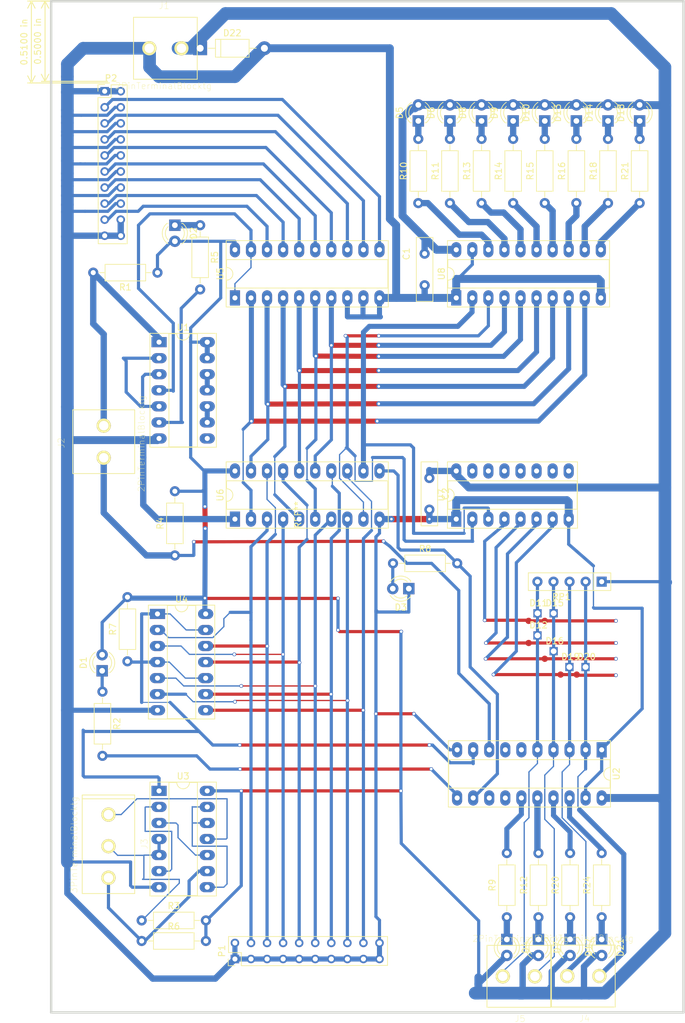
<source format=kicad_pcb>
(kicad_pcb (version 20171130) (host pcbnew 6.0.0-rc1-unknown-dffa399~84~ubuntu18.04.1)
  (layers (0 F.Cu signal) (31 B.Cu signal) (34 B.Paste user) (35 F.Paste user) (36 B.SilkS user) (37 F.SilkS user) (38 B.Mask user) (39 F.Mask user) (44 Edge.Cuts user))
  (net 0 "")
  (net 1 "Net-(P2-Pad2)")
  (net 2 "Net-(P2-Pad3)")
  (net 3 "Net-(P2-Pad4)")
  (net 4 "Net-(P2-Pad5)")
  (net 5 "Net-(P2-Pad6)")
  (net 6 "Net-(P2-Pad7)")
  (net 7 /a8)
  (net 8 /a7)
  (net 9 /a5)
  (net 10 /a4)
  (net 11 /a3)
  (net 12 /a2)
  (net 13 /a1)
  (net 14 GND)
  (net 15 VCC)
  (net 16 "Net-(U3-Pad12)")
  (net 17 "Net-(D1-Pad1)")
  (net 18 "Net-(D2-Pad1)")
  (net 19 "Net-(D4-Pad1)")
  (net 20 "Net-(D5-Pad1)")
  (net 21 "Net-(D6-Pad1)")
  (net 22 "Net-(D7-Pad1)")
  (net 23 "Net-(D8-Pad1)")
  (net 24 "Net-(D9-Pad1)")
  (net 25 "Net-(D10-Pad1)")
  (net 26 "Net-(D13-Pad1)")
  (net 27 "Net-(D14-Pad1)")
  (net 28 "Net-(D18-Pad1)")
  (net 29 "Net-(P2-Pad8)")
  (net 30 "Net-(P2-Pad9)")
  (net 31 enableR)
  (net 32 "Net-(R2-Pad2)")
  (net 33 "Net-(R5-Pad2)")
  (net 34 "Net-(R10-Pad1)")
  (net 35 "Net-(R11-Pad1)")
  (net 36 "Net-(R13-Pad1)")
  (net 37 "Net-(R15-Pad1)")
  (net 38 "Net-(R18-Pad1)")
  (net 39 upPC)
  (net 40 incPC)
  (net 41 "Net-(U1-Pad2)")
  (net 42 "Net-(R9-Pad2)")
  (net 43 "Net-(D17-Pad1)")
  (net 44 "Net-(D21-Pad1)")
  (net 45 3)
  (net 46 2)
  (net 47 1)
  (net 48 0)
  (net 49 "Net-(R20-Pad2)")
  (net 50 "Net-(D3-Pad2)")
  (net 51 "Net-(D11-Pad2)")
  (net 52 "Net-(D12-Pad2)")
  (net 53 "Net-(D16-Pad2)")
  (net 54 "Net-(D19-Pad2)")
  (net 55 loadIR)
  (net 56 "Net-(R8-Pad2)")
  (net 57 "Net-(R14-Pad1)")
  (net 58 "Net-(R16-Pad1)")
  (net 59 "Net-(R21-Pad1)")
  (net 60 "Net-(R24-Pad2)")
  (net 61 /d6)
  (net 62 /d2)
  (net 63 /d5)
  (net 64 /d1)
  (net 65 /d4)
  (net 66 /d7)
  (net 67 /d3)
  (net 68 "Net-(U1-Pad4)")
  (net 69 "Net-(U1-Pad10)")
  (net 70 "Net-(U1-Pad11)")
  (net 71 "Net-(U1-Pad8)")
  (net 72 /d44)
  (net 73 "Net-(R12-Pad2)")
  (net 74 incPCz)
  (net 75 "Net-(R7-Pad1)")
  (net 76 "Net-(U3-Pad10)")
  (net 77 "Net-(U3-Pad2)")
  (net 78 /a6)
  (module tg_foodprint:Pin_Header_Straight_2x10_Pitch2.00mmBonsai.pretty (layer F.Cu) (at 25.4 34.3)
    (fp_text reference P2 (at 1 -2.06) (layer F.SilkS))
    (fp_text value CONN_02X10)
    (pad 1 thru_hole rect (at 0 0) (size 1.35 1.35) (drill 0.8) (layers *.Cu *.Mask) (net 14 GND))
    (pad 11 thru_hole oval (at 2.54 0) (size 1.35 1.35) (drill 0.8) (layers *.Cu *.Mask) (net 14 GND))
    (pad 2 thru_hole oval (at 0 2.54) (size 1.35 1.35) (drill 0.8) (layers *.Cu *.Mask) (net 1 "Net-(P2-Pad2)"))
    (pad 12 thru_hole oval (at 2.54 2.54) (size 1.35 1.35) (drill 0.8) (layers *.Cu *.Mask) (net 14 GND))
    (pad 3 thru_hole oval (at 0 5.08) (size 1.35 1.35) (drill 0.8) (layers *.Cu *.Mask) (net 2 "Net-(P2-Pad3)"))
    (pad 13 thru_hole oval (at 2.54 5.08) (size 1.35 1.35) (drill 0.8) (layers *.Cu *.Mask) (net 14 GND))
    (pad 4 thru_hole oval (at 0 7.62) (size 1.35 1.35) (drill 0.8) (layers *.Cu *.Mask) (net 3 "Net-(P2-Pad4)"))
    (pad 14 thru_hole oval (at 2.54 7.62) (size 1.35 1.35) (drill 0.8) (layers *.Cu *.Mask) (net 14 GND))
    (pad 5 thru_hole oval (at 0 10.16) (size 1.35 1.35) (drill 0.8) (layers *.Cu *.Mask) (net 4 "Net-(P2-Pad5)"))
    (pad 15 thru_hole oval (at 2.54 10.16) (size 1.35 1.35) (drill 0.8) (layers *.Cu *.Mask) (net 14 GND))
    (pad 6 thru_hole oval (at 0 12.7) (size 1.35 1.35) (drill 0.8) (layers *.Cu *.Mask) (net 5 "Net-(P2-Pad6)"))
    (pad 16 thru_hole oval (at 2.54 12.7) (size 1.35 1.35) (drill 0.8) (layers *.Cu *.Mask) (net 14 GND))
    (pad 7 thru_hole oval (at 0 15.24) (size 1.35 1.35) (drill 0.8) (layers *.Cu *.Mask) (net 6 "Net-(P2-Pad7)"))
    (pad 17 thru_hole oval (at 2.54 15.24) (size 1.35 1.35) (drill 0.8) (layers *.Cu *.Mask) (net 14 GND))
    (pad 8 thru_hole oval (at 0 17.78) (size 1.35 1.35) (drill 0.8) (layers *.Cu *.Mask) (net 29 "Net-(P2-Pad8)"))
    (pad 18 thru_hole oval (at 2.54 17.78) (size 1.35 1.35) (drill 0.8) (layers *.Cu *.Mask) (net 14 GND))
    (pad 9 thru_hole oval (at 0 20.32) (size 1.35 1.35) (drill 0.8) (layers *.Cu *.Mask) (net 30 "Net-(P2-Pad9)"))
    (pad 19 thru_hole oval (at 2.54 20.32) (size 1.35 1.35) (drill 0.8) (layers *.Cu *.Mask) (net 14 GND))
    (pad 10 thru_hole oval (at 0 22.86) (size 1.35 1.35) (drill 0.8) (layers *.Cu *.Mask) (net 14 GND))
    (pad 20 thru_hole oval (at 2.54 22.86) (size 1.35 1.35) (drill 0.8) (layers *.Cu *.Mask) (net 14 GND))
  )
  (module LEDs:LED_D3.0mm (layer F.Cu) (at 25 126 90)
    (fp_text reference D1 (at 1.27 -2.96 90) (layer F.SilkS))
    (fp_text value LED)
    (pad 1 thru_hole rect (at 0 0 90) (size 1.8 1.8) (drill 0.9) (layers *.Cu *.Mask) (net 17 "Net-(D1-Pad1)"))
    (pad 2 thru_hole circle (at 2.54 0 90) (size 1.8 1.8) (drill 0.9) (layers *.Cu *.Mask) (net 15 VCC))
  )
  (module LEDs:LED_D3.0mm (layer F.Cu) (at 89 168.5 270)
    (fp_text reference D4 (at 1.27 -2.96 270) (layer F.SilkS))
    (fp_text value LED)
    (pad 1 thru_hole rect (at 0 0 270) (size 1.8 1.8) (drill 0.9) (layers *.Cu *.Mask) (net 19 "Net-(D4-Pad1)"))
    (pad 2 thru_hole circle (at 2.54 0 270) (size 1.8 1.8) (drill 0.9) (layers *.Cu *.Mask) (net 15 VCC))
  )
  (module LEDs:LED_D3.0mm (layer F.Cu) (at 75 39 90)
    (fp_text reference D5 (at 1.27 -2.96 90) (layer F.SilkS))
    (fp_text value Led_Small)
    (pad 1 thru_hole rect (at 0 0 90) (size 1.8 1.8) (drill 0.9) (layers *.Cu *.Mask) (net 20 "Net-(D5-Pad1)"))
    (pad 2 thru_hole circle (at 2.54 0 90) (size 1.8 1.8) (drill 0.9) (layers *.Cu *.Mask) (net 15 VCC))
  )
  (module LEDs:LED_D3.0mm (layer F.Cu) (at 80 39 90)
    (fp_text reference D6 (at 1.27 -2.96 90) (layer F.SilkS))
    (fp_text value Led_Small)
    (pad 1 thru_hole rect (at 0 0 90) (size 1.8 1.8) (drill 0.9) (layers *.Cu *.Mask) (net 21 "Net-(D6-Pad1)"))
    (pad 2 thru_hole circle (at 2.54 0 90) (size 1.8 1.8) (drill 0.9) (layers *.Cu *.Mask) (net 15 VCC))
  )
  (module LEDs:LED_D3.0mm (layer F.Cu) (at 94 168.5 270)
    (fp_text reference D7 (at 1.27 -2.96 270) (layer F.SilkS))
    (fp_text value LED)
    (pad 1 thru_hole rect (at 0 0 270) (size 1.8 1.8) (drill 0.9) (layers *.Cu *.Mask) (net 22 "Net-(D7-Pad1)"))
    (pad 2 thru_hole circle (at 2.54 0 270) (size 1.8 1.8) (drill 0.9) (layers *.Cu *.Mask) (net 15 VCC))
  )
  (module LEDs:LED_D3.0mm (layer F.Cu) (at 85 39 90)
    (fp_text reference D8 (at 1.27 -2.96 90) (layer F.SilkS))
    (fp_text value Led_Small)
    (pad 1 thru_hole rect (at 0 0 90) (size 1.8 1.8) (drill 0.9) (layers *.Cu *.Mask) (net 23 "Net-(D8-Pad1)"))
    (pad 2 thru_hole circle (at 2.54 0 90) (size 1.8 1.8) (drill 0.9) (layers *.Cu *.Mask) (net 15 VCC))
  )
  (module LEDs:LED_D3.0mm (layer F.Cu) (at 90 39 90)
    (fp_text reference D9 (at 1.27 -2.96 90) (layer F.SilkS))
    (fp_text value Led_Small)
    (pad 2 thru_hole circle (at 2.54 0 90) (size 1.8 1.8) (drill 0.9) (layers *.Cu *.Mask) (net 15 VCC))
    (pad 1 thru_hole rect (at 0 0 90) (size 1.8 1.8) (drill 0.9) (layers *.Cu *.Mask) (net 24 "Net-(D9-Pad1)"))
  )
  (module LEDs:LED_D3.0mm (layer F.Cu) (at 95 39 90)
    (fp_text reference D10 (at 1.27 -2.96 90) (layer F.SilkS))
    (fp_text value Led_Small)
    (pad 2 thru_hole circle (at 2.54 0 90) (size 1.8 1.8) (drill 0.9) (layers *.Cu *.Mask) (net 15 VCC))
    (pad 1 thru_hole rect (at 0 0 90) (size 1.8 1.8) (drill 0.9) (layers *.Cu *.Mask) (net 25 "Net-(D10-Pad1)"))
  )
  (module LEDs:LED_D3.0mm (layer F.Cu) (at 100 39 90)
    (fp_text reference D13 (at 1.27 -2.96 90) (layer F.SilkS))
    (fp_text value Led_Small)
    (pad 1 thru_hole rect (at 0 0 90) (size 1.8 1.8) (drill 0.9) (layers *.Cu *.Mask) (net 26 "Net-(D13-Pad1)"))
    (pad 2 thru_hole circle (at 2.54 0 90) (size 1.8 1.8) (drill 0.9) (layers *.Cu *.Mask) (net 15 VCC))
  )
  (module LEDs:LED_D3.0mm (layer F.Cu) (at 105 39 90)
    (fp_text reference D14 (at 1.27 -2.96 90) (layer F.SilkS))
    (fp_text value Led_Small)
    (pad 1 thru_hole rect (at 0 0 90) (size 1.8 1.8) (drill 0.9) (layers *.Cu *.Mask) (net 27 "Net-(D14-Pad1)"))
    (pad 2 thru_hole circle (at 2.54 0 90) (size 1.8 1.8) (drill 0.9) (layers *.Cu *.Mask) (net 15 VCC))
  )
  (module LEDs:LED_D3.0mm (layer F.Cu) (at 110 39 90)
    (fp_text reference D18 (at 1.27 -2.96 90) (layer F.SilkS))
    (fp_text value LED)
    (pad 1 thru_hole rect (at 0 0 90) (size 1.8 1.8) (drill 0.9) (layers *.Cu *.Mask) (net 28 "Net-(D18-Pad1)"))
    (pad 2 thru_hole circle (at 2.54 0 90) (size 1.8 1.8) (drill 0.9) (layers *.Cu *.Mask) (net 15 VCC))
  )
  (module LEDs:LED_D3.0mm (layer F.Cu) (at 36.5 55.5 270)
    (fp_text reference D2 (at 1.27 -2.96 270) (layer F.SilkS))
    (fp_text value Led_Small)
    (pad 1 thru_hole rect (at 0 0 270) (size 1.8 1.8) (drill 0.9) (layers *.Cu *.Mask) (net 18 "Net-(D2-Pad1)"))
    (pad 2 thru_hole circle (at 2.54 0 270) (size 1.8 1.8) (drill 0.9) (layers *.Cu *.Mask) (net 15 VCC))
  )
  (module LEDs:LED_D3.0mm (layer F.Cu) (at 73.5 113 180)
    (fp_text reference D3 (at 1.27 -2.96 180) (layer F.SilkS))
    (fp_text value LED)
    (pad 1 thru_hole rect (at 0 0 180) (size 1.8 1.8) (drill 0.9) (layers *.Cu *.Mask) (net 14 GND))
    (pad 2 thru_hole circle (at 2.54 0 180) (size 1.8 1.8) (drill 0.9) (layers *.Cu *.Mask) (net 50 "Net-(D3-Pad2)"))
  )
  (module LEDs:LED_D3.0mm (layer F.Cu) (at 99 168.5 270)
    (fp_text reference D17 (at 1.27 -2.96 270) (layer F.SilkS))
    (fp_text value LED)
    (pad 1 thru_hole rect (at 0 0 270) (size 1.8 1.8) (drill 0.9) (layers *.Cu *.Mask) (net 43 "Net-(D17-Pad1)"))
    (pad 2 thru_hole circle (at 2.54 0 270) (size 1.8 1.8) (drill 0.9) (layers *.Cu *.Mask) (net 15 VCC))
  )
  (module LEDs:LED_D3.0mm (layer F.Cu) (at 104 168.5 270)
    (fp_text reference D21 (at 1.27 -2.96 270) (layer F.SilkS))
    (fp_text value LED)
    (pad 1 thru_hole rect (at 0 0 270) (size 1.8 1.8) (drill 0.9) (layers *.Cu *.Mask) (net 44 "Net-(D21-Pad1)"))
    (pad 2 thru_hole circle (at 2.54 0 270) (size 1.8 1.8) (drill 0.9) (layers *.Cu *.Mask) (net 15 VCC))
  )
  (module Resistors_ThroughHole:R_Array_SIP5 (layer F.Cu) (at 104 111.9 180)
    (fp_text reference RP1 (at 6.35 -2.4 180) (layer F.SilkS))
    (fp_text value R_PACK4BUSSED)
    (pad 5 thru_hole oval (at 10.16 0 180) (size 1.6 1.6) (drill 0.8) (layers *.Cu *.Mask) (net 45 3))
    (pad 4 thru_hole oval (at 7.62 0 180) (size 1.6 1.6) (drill 0.8) (layers *.Cu *.Mask) (net 46 2))
    (pad 3 thru_hole oval (at 5.08 0 180) (size 1.6 1.6) (drill 0.8) (layers *.Cu *.Mask) (net 47 1))
    (pad 2 thru_hole oval (at 2.54 0 180) (size 1.6 1.6) (drill 0.8) (layers *.Cu *.Mask) (net 48 0))
    (pad 1 thru_hole rect (at 0 0 180) (size 1.6 1.6) (drill 0.8) (layers *.Cu *.Mask) (net 15 VCC))
  )
  (module Resistors_ThroughHole:R_Axial_DIN0207_L6.3mm_D2.5mm_P10.16mm_Horizontal (layer F.Cu) (at 89 165 90)
    (fp_text reference R9 (at 5.08 -2.31 90) (layer F.SilkS))
    (fp_text value 330)
    (pad 1 thru_hole circle (at 0 0 90) (size 1.6 1.6) (drill 0.8) (layers *.Cu *.Mask) (net 19 "Net-(D4-Pad1)"))
    (pad 2 thru_hole oval (at 10.16 0 90) (size 1.6 1.6) (drill 0.8) (layers *.Cu *.Mask) (net 42 "Net-(R9-Pad2)"))
  )
  (module Resistors_ThroughHole:R_Axial_DIN0207_L6.3mm_D2.5mm_P10.16mm_Horizontal (layer F.Cu) (at 75 52 90)
    (fp_text reference R10 (at 5.08 -2.31 90) (layer F.SilkS))
    (fp_text value 330)
    (pad 2 thru_hole oval (at 10.16 0 90) (size 1.6 1.6) (drill 0.8) (layers *.Cu *.Mask) (net 20 "Net-(D5-Pad1)"))
    (pad 1 thru_hole circle (at 0 0 90) (size 1.6 1.6) (drill 0.8) (layers *.Cu *.Mask) (net 34 "Net-(R10-Pad1)"))
  )
  (module Resistors_ThroughHole:R_Axial_DIN0207_L6.3mm_D2.5mm_P10.16mm_Horizontal (layer F.Cu) (at 80 52 90)
    (fp_text reference R11 (at 5.08 -2.31 90) (layer F.SilkS))
    (fp_text value 330)
    (pad 1 thru_hole circle (at 0 0 90) (size 1.6 1.6) (drill 0.8) (layers *.Cu *.Mask) (net 35 "Net-(R11-Pad1)"))
    (pad 2 thru_hole oval (at 10.16 0 90) (size 1.6 1.6) (drill 0.8) (layers *.Cu *.Mask) (net 21 "Net-(D6-Pad1)"))
  )
  (module Resistors_ThroughHole:R_Axial_DIN0207_L6.3mm_D2.5mm_P10.16mm_Horizontal (layer F.Cu) (at 94 165 90)
    (fp_text reference R12 (at 5.08 -2.31 90) (layer F.SilkS))
    (fp_text value 330)
    (pad 2 thru_hole oval (at 10.16 0 90) (size 1.6 1.6) (drill 0.8) (layers *.Cu *.Mask) (net 73 "Net-(R12-Pad2)"))
    (pad 1 thru_hole circle (at 0 0 90) (size 1.6 1.6) (drill 0.8) (layers *.Cu *.Mask) (net 22 "Net-(D7-Pad1)"))
  )
  (module Resistors_ThroughHole:R_Axial_DIN0207_L6.3mm_D2.5mm_P10.16mm_Horizontal (layer F.Cu) (at 85 52 90)
    (fp_text reference R13 (at 5.08 -2.31 90) (layer F.SilkS))
    (fp_text value 330)
    (pad 2 thru_hole oval (at 10.16 0 90) (size 1.6 1.6) (drill 0.8) (layers *.Cu *.Mask) (net 23 "Net-(D8-Pad1)"))
    (pad 1 thru_hole circle (at 0 0 90) (size 1.6 1.6) (drill 0.8) (layers *.Cu *.Mask) (net 36 "Net-(R13-Pad1)"))
  )
  (module Resistors_ThroughHole:R_Axial_DIN0207_L6.3mm_D2.5mm_P10.16mm_Horizontal (layer F.Cu) (at 90 52 90)
    (fp_text reference R14 (at 5.08 -2.31 90) (layer F.SilkS))
    (fp_text value 330)
    (pad 1 thru_hole circle (at 0 0 90) (size 1.6 1.6) (drill 0.8) (layers *.Cu *.Mask) (net 57 "Net-(R14-Pad1)"))
    (pad 2 thru_hole oval (at 10.16 0 90) (size 1.6 1.6) (drill 0.8) (layers *.Cu *.Mask) (net 24 "Net-(D9-Pad1)"))
  )
  (module Resistors_ThroughHole:R_Axial_DIN0207_L6.3mm_D2.5mm_P10.16mm_Horizontal (layer F.Cu) (at 95 52 90)
    (fp_text reference R15 (at 5.08 -2.31 90) (layer F.SilkS))
    (fp_text value 330)
    (pad 2 thru_hole oval (at 10.16 0 90) (size 1.6 1.6) (drill 0.8) (layers *.Cu *.Mask) (net 25 "Net-(D10-Pad1)"))
    (pad 1 thru_hole circle (at 0 0 90) (size 1.6 1.6) (drill 0.8) (layers *.Cu *.Mask) (net 37 "Net-(R15-Pad1)"))
  )
  (module Resistors_ThroughHole:R_Axial_DIN0207_L6.3mm_D2.5mm_P10.16mm_Horizontal (layer F.Cu) (at 100 52 90)
    (fp_text reference R16 (at 5.08 -2.31 90) (layer F.SilkS))
    (fp_text value 330)
    (pad 1 thru_hole circle (at 0 0 90) (size 1.6 1.6) (drill 0.8) (layers *.Cu *.Mask) (net 58 "Net-(R16-Pad1)"))
    (pad 2 thru_hole oval (at 10.16 0 90) (size 1.6 1.6) (drill 0.8) (layers *.Cu *.Mask) (net 26 "Net-(D13-Pad1)"))
  )
  (module Resistors_ThroughHole:R_Axial_DIN0207_L6.3mm_D2.5mm_P10.16mm_Horizontal (layer F.Cu) (at 105 52 90)
    (fp_text reference R18 (at 5.08 -2.31 90) (layer F.SilkS))
    (fp_text value 330)
    (pad 2 thru_hole oval (at 10.16 0 90) (size 1.6 1.6) (drill 0.8) (layers *.Cu *.Mask) (net 27 "Net-(D14-Pad1)"))
    (pad 1 thru_hole circle (at 0 0 90) (size 1.6 1.6) (drill 0.8) (layers *.Cu *.Mask) (net 38 "Net-(R18-Pad1)"))
  )
  (module Resistors_ThroughHole:R_Axial_DIN0207_L6.3mm_D2.5mm_P10.16mm_Horizontal (layer F.Cu) (at 99 165 90)
    (fp_text reference R20 (at 5.08 -2.31 90) (layer F.SilkS))
    (fp_text value 330)
    (pad 2 thru_hole oval (at 10.16 0 90) (size 1.6 1.6) (drill 0.8) (layers *.Cu *.Mask) (net 49 "Net-(R20-Pad2)"))
    (pad 1 thru_hole circle (at 0 0 90) (size 1.6 1.6) (drill 0.8) (layers *.Cu *.Mask) (net 43 "Net-(D17-Pad1)"))
  )
  (module Resistors_ThroughHole:R_Axial_DIN0207_L6.3mm_D2.5mm_P10.16mm_Horizontal (layer F.Cu) (at 110 52 90)
    (fp_text reference R21 (at 5.08 -2.31 90) (layer F.SilkS))
    (fp_text value 330)
    (pad 1 thru_hole circle (at 0 0 90) (size 1.6 1.6) (drill 0.8) (layers *.Cu *.Mask) (net 59 "Net-(R21-Pad1)"))
    (pad 2 thru_hole oval (at 10.16 0 90) (size 1.6 1.6) (drill 0.8) (layers *.Cu *.Mask) (net 28 "Net-(D18-Pad1)"))
  )
  (module Resistors_ThroughHole:R_Axial_DIN0207_L6.3mm_D2.5mm_P10.16mm_Horizontal (layer F.Cu) (at 104 165 90)
    (fp_text reference R24 (at 5.08 -2.31 90) (layer F.SilkS))
    (fp_text value 330)
    (pad 1 thru_hole circle (at 0 0 90) (size 1.6 1.6) (drill 0.8) (layers *.Cu *.Mask) (net 44 "Net-(D21-Pad1)"))
    (pad 2 thru_hole oval (at 10.16 0 90) (size 1.6 1.6) (drill 0.8) (layers *.Cu *.Mask) (net 60 "Net-(R24-Pad2)"))
  )
  (module Resistors_ThroughHole:R_Axial_DIN0207_L6.3mm_D2.5mm_P10.16mm_Horizontal (layer F.Cu) (at 33.75 63 180)
    (fp_text reference R1 (at 5.08 -2.31 180) (layer F.SilkS))
    (fp_text value 4,7k)
    (pad 1 thru_hole circle (at 0 0 180) (size 1.6 1.6) (drill 0.8) (layers *.Cu *.Mask) (net 15 VCC))
    (pad 2 thru_hole oval (at 10.16 0 180) (size 1.6 1.6) (drill 0.8) (layers *.Cu *.Mask) (net 31 enableR))
  )
  (module Resistors_ThroughHole:R_Axial_DIN0207_L6.3mm_D2.5mm_P10.16mm_Horizontal (layer F.Cu) (at 25.05 129.3 270)
    (fp_text reference R2 (at 5.08 -2.31 270) (layer F.SilkS))
    (fp_text value 330)
    (pad 2 thru_hole oval (at 10.16 0 270) (size 1.6 1.6) (drill 0.8) (layers *.Cu *.Mask) (net 32 "Net-(R2-Pad2)"))
    (pad 1 thru_hole circle (at 0 0 270) (size 1.6 1.6) (drill 0.8) (layers *.Cu *.Mask) (net 17 "Net-(D1-Pad1)"))
  )
  (module Resistors_ThroughHole:R_Axial_DIN0207_L6.3mm_D2.5mm_P10.16mm_Horizontal (layer F.Cu) (at 31.25 165.5)
    (fp_text reference R3 (at 5.08 -2.31) (layer F.SilkS))
    (fp_text value 4,7k)
    (pad 1 thru_hole circle (at 0 0) (size 1.6 1.6) (drill 0.8) (layers *.Cu *.Mask) (net 74 incPCz))
    (pad 2 thru_hole oval (at 10.16 0) (size 1.6 1.6) (drill 0.8) (layers *.Cu *.Mask) (net 15 VCC))
  )
  (module Resistors_ThroughHole:R_Axial_DIN0207_L6.3mm_D2.5mm_P10.16mm_Horizontal (layer F.Cu) (at 36.5 107.75 90)
    (fp_text reference R4 (at 5.08 -2.31 90) (layer F.SilkS))
    (fp_text value 4,7k)
    (pad 2 thru_hole oval (at 10.16 0 90) (size 1.6 1.6) (drill 0.8) (layers *.Cu *.Mask) (net 15 VCC))
    (pad 1 thru_hole circle (at 0 0 90) (size 1.6 1.6) (drill 0.8) (layers *.Cu *.Mask) (net 55 loadIR))
  )
  (module Resistors_ThroughHole:R_Axial_DIN0207_L6.3mm_D2.5mm_P10.16mm_Horizontal (layer F.Cu) (at 40.5 55.5 270)
    (fp_text reference R5 (at 5.08 -2.31 270) (layer F.SilkS))
    (fp_text value 330)
    (pad 2 thru_hole oval (at 10.16 0 270) (size 1.6 1.6) (drill 0.8) (layers *.Cu *.Mask) (net 33 "Net-(R5-Pad2)"))
    (pad 1 thru_hole circle (at 0 0 270) (size 1.6 1.6) (drill 0.8) (layers *.Cu *.Mask) (net 18 "Net-(D2-Pad1)"))
  )
  (module Resistors_ThroughHole:R_Axial_DIN0207_L6.3mm_D2.5mm_P10.16mm_Horizontal (layer F.Cu) (at 31.25 168.75)
    (fp_text reference R6 (at 5.08 -2.31) (layer F.SilkS))
    (fp_text value 4,7k)
    (pad 2 thru_hole oval (at 10.16 0) (size 1.6 1.6) (drill 0.8) (layers *.Cu *.Mask) (net 15 VCC))
    (pad 1 thru_hole circle (at 0 0) (size 1.6 1.6) (drill 0.8) (layers *.Cu *.Mask) (net 40 incPC))
  )
  (module Resistors_ThroughHole:R_Axial_DIN0207_L6.3mm_D2.5mm_P10.16mm_Horizontal (layer F.Cu) (at 29 124.5 90)
    (fp_text reference R7 (at 5.08 -2.31 90) (layer F.SilkS))
    (fp_text value 1k)
    (pad 1 thru_hole circle (at 0 0 90) (size 1.6 1.6) (drill 0.8) (layers *.Cu *.Mask) (net 75 "Net-(R7-Pad1)"))
    (pad 2 thru_hole oval (at 10.16 0 90) (size 1.6 1.6) (drill 0.8) (layers *.Cu *.Mask) (net 15 VCC))
  )
  (module Resistors_ThroughHole:R_Axial_DIN0207_L6.3mm_D2.5mm_P10.16mm_Horizontal (layer F.Cu) (at 71 109)
    (fp_text reference R8 (at 5.08 -2.31) (layer F.SilkS))
    (fp_text value 330)
    (pad 1 thru_hole circle (at 0 0) (size 1.6 1.6) (drill 0.8) (layers *.Cu *.Mask) (net 50 "Net-(D3-Pad2)"))
    (pad 2 thru_hole oval (at 10.16 0) (size 1.6 1.6) (drill 0.8) (layers *.Cu *.Mask) (net 56 "Net-(R8-Pad2)"))
  )
  (module Diodes_ThroughHole:D_DO-41_SOD81_P10.16mm_Horizontal (layer F.Cu) (at 40.5 27.5)
    (fp_text reference D22 (at 5.08 -2.41) (layer F.SilkS))
    (fp_text value D)
    (pad 2 thru_hole oval (at 10.16 0) (size 2.2 2.2) (drill 1.1) (layers *.Cu *.Mask) (net 14 GND))
    (pad 1 thru_hole rect (at 0 0) (size 2.2 2.2) (drill 1.1) (layers *.Cu *.Mask) (net 15 VCC))
  )
  (module 2PinTerminalBlocktg (layer F.Cu) (at 35 27.5)
    (fp_text reference J1 (at -0.196539 -6.71131) (layer F.SilkS) (effects (font (size 1.00265 1.00265) (thickness 0.05))))
    (fp_text value 2PinTerminalBlocktg (at -0.311598 5.96317) (layer F.SilkS) (effects (font (size 1.00194 1.00194) (thickness 0.05))))
    (pad 2 thru_hole circle (at 2.54 0) (size 2.25 2.25) (drill 1.5) (layers *.Cu *.Mask F.SilkS) (net 15 VCC))
    (pad 1 thru_hole circle (at -2.54 0) (size 2.25 2.25) (drill 1.5) (layers *.Cu *.Mask F.SilkS) (net 14 GND))
  )
  (module 2PinTerminalBlocktg (layer F.Cu) (at 25.25 89.75 90)
    (fp_text reference J2 (at -0.196539 -6.71131 90) (layer F.SilkS) (effects (font (size 1.00265 1.00265) (thickness 0.05))))
    (fp_text value 2PinTerminalBlocktg (at -0.311598 5.96317 90) (layer F.SilkS) (effects (font (size 1.00194 1.00194) (thickness 0.05))))
    (pad 2 thru_hole circle (at 2.54 0 90) (size 2.25 2.25) (drill 1.5) (layers *.Cu *.Mask F.SilkS) (net 31 enableR))
    (pad 1 thru_hole circle (at -2.54 0 90) (size 2.25 2.25) (drill 1.5) (layers *.Cu *.Mask F.SilkS) (net 55 loadIR))
  )
  (module 3PinTerminalBlocktg (layer F.Cu) (at 26 153.75 270)
    (fp_text reference J3 (at -0.352815 -5.67487 270) (layer F.SilkS) (effects (font (size 1.00229 1.00229) (thickness 0.05))))
    (fp_text value 3PinTerminalBlocktg (at -0.217675 5.43681 270) (layer F.SilkS) (effects (font (size 1.0031 1.0031) (thickness 0.05))))
    (pad 2 thru_hole circle (at 0 0 270) (size 2.25 2.25) (drill 1.5) (layers *.Cu *.Mask F.SilkS) (net 74 incPCz))
    (pad 1 thru_hole circle (at -5 0 270) (size 2.25 2.25) (drill 1.5) (layers *.Cu *.Mask F.SilkS) (net 39 upPC))
    (pad 3 thru_hole circle (at 5 0 270) (size 2.25 2.25) (drill 1.5) (layers *.Cu *.Mask F.SilkS) (net 40 incPC))
  )
  (module 2PinTerminalBlocktg (layer F.Cu) (at 101.1 174.3 180)
    (fp_text reference J4 (at -0.196539 -6.71131 180) (layer F.SilkS) (effects (font (size 1.00265 1.00265) (thickness 0.05))))
    (fp_text value 2PinTerminalBlocktg (at -0.311598 5.96317 180) (layer F.SilkS) (effects (font (size 1.00194 1.00194) (thickness 0.05))))
    (pad 2 thru_hole circle (at 2.54 0 180) (size 2.25 2.25) (drill 1.5) (layers *.Cu *.Mask F.SilkS) (net 47 1))
    (pad 1 thru_hole circle (at -2.54 0 180) (size 2.25 2.25) (drill 1.5) (layers *.Cu *.Mask F.SilkS) (net 48 0))
  )
  (module 2PinTerminalBlocktg (layer F.Cu) (at 90.9 174.34 180)
    (fp_text reference J5 (at -0.196539 -6.71131 180) (layer F.SilkS) (effects (font (size 1.00265 1.00265) (thickness 0.05))))
    (fp_text value 2PinTerminalBlocktg (at -0.311598 5.96317 180) (layer F.SilkS) (effects (font (size 1.00194 1.00194) (thickness 0.05))))
    (pad 1 thru_hole circle (at -2.54 0 180) (size 2.25 2.25) (drill 1.5) (layers *.Cu *.Mask F.SilkS) (net 46 2))
    (pad 2 thru_hole circle (at 2.54 0 180) (size 2.25 2.25) (drill 1.5) (layers *.Cu *.Mask F.SilkS) (net 45 3))
  )
  (module Capacitors_ThroughHole:C_Disc_D10.0mm_W2.5mm_P5.00mm (layer F.Cu) (at 76 60 270)
    (fp_text reference C1 (at 0.04 2.88 270) (layer F.SilkS))
    (fp_text value 100n)
    (pad 1 thru_hole circle (at 0 0 270) (size 1.6 1.6) (drill 0.8) (layers *.Cu *.Mask) (net 15 VCC))
    (pad 2 thru_hole circle (at 5 0 270) (size 1.6 1.6) (drill 0.8) (layers *.Cu *.Mask) (net 14 GND))
  )
  (module Capacitors_ThroughHole:C_Disc_D10.0mm_W2.5mm_P5.00mm (layer F.Cu) (at 76.75 95.5 270)
    (fp_text reference C2 (at 2.5 -2.56 270) (layer F.SilkS))
    (fp_text value 100n)
    (pad 1 thru_hole circle (at 0 0 270) (size 1.6 1.6) (drill 0.8) (layers *.Cu *.Mask) (net 15 VCC))
    (pad 2 thru_hole circle (at 5 0 270) (size 1.6 1.6) (drill 0.8) (layers *.Cu *.Mask) (net 14 GND))
  )
  (module tg_foodprint:DIP-14_W7.62mm_Socket_LongPadstg (layer F.Cu) (at 34 74)
    (fp_text reference U1 (at 3.81 -2.33) (layer F.SilkS))
    (fp_text value 74LS14)
    (pad 14 thru_hole oval (at 7.62 0) (size 2.4 1.6) (drill 0.8) (layers *.Cu *.Mask) (net 15 VCC))
    (pad 7 thru_hole oval (at 0 15.24) (size 2.4 1.6) (drill 0.8) (layers *.Cu *.Mask) (net 14 GND))
    (pad 13 thru_hole oval (at 7.62 2.54) (size 2.4 1.6) (drill 0.8) (layers *.Cu *.Mask) (net 15 VCC))
    (pad 6 thru_hole oval (at 0 12.7) (size 2.4 1.6) (drill 0.8) (layers *.Cu *.Mask) (net 33 "Net-(R5-Pad2)"))
    (pad 12 thru_hole oval (at 7.62 5.08) (size 2.4 1.6) (drill 0.8) (layers *.Cu *.Mask) (net 70 "Net-(U1-Pad11)"))
    (pad 5 thru_hole oval (at 0 10.16) (size 2.4 1.6) (drill 0.8) (layers *.Cu *.Mask) (net 41 "Net-(U1-Pad2)"))
    (pad 11 thru_hole oval (at 7.62 7.62) (size 2.4 1.6) (drill 0.8) (layers *.Cu *.Mask) (net 70 "Net-(U1-Pad11)"))
    (pad 4 thru_hole oval (at 0 7.62) (size 2.4 1.6) (drill 0.8) (layers *.Cu *.Mask) (net 68 "Net-(U1-Pad4)"))
    (pad 10 thru_hole oval (at 7.62 10.16) (size 2.4 1.6) (drill 0.8) (layers *.Cu *.Mask) (net 69 "Net-(U1-Pad10)"))
    (pad 3 thru_hole oval (at 0 5.08) (size 2.4 1.6) (drill 0.8) (layers *.Cu *.Mask) (net 41 "Net-(U1-Pad2)"))
    (pad 9 thru_hole oval (at 7.62 12.7) (size 2.4 1.6) (drill 0.8) (layers *.Cu *.Mask) (net 69 "Net-(U1-Pad10)"))
    (pad 2 thru_hole oval (at 0 2.54) (size 2.4 1.6) (drill 0.8) (layers *.Cu *.Mask) (net 41 "Net-(U1-Pad2)"))
    (pad 8 thru_hole oval (at 7.62 15.24) (size 2.4 1.6) (drill 0.8) (layers *.Cu *.Mask) (net 71 "Net-(U1-Pad8)"))
    (pad 1 thru_hole rect (at 0 0) (size 2.4 1.6) (drill 0.8) (layers *.Cu *.Mask) (net 31 enableR))
  )
  (module tg_foodprint:DIP-14_W7.62mm_Socket_LongPadstg (layer F.Cu) (at 34 145)
    (fp_text reference U3 (at 3.81 -2.33) (layer F.SilkS))
    (fp_text value 7400)
    (pad 14 thru_hole oval (at 7.62 0) (size 2.4 1.6) (drill 0.8) (layers *.Cu *.Mask) (net 15 VCC))
    (pad 7 thru_hole oval (at 0 15.24) (size 2.4 1.6) (drill 0.8) (layers *.Cu *.Mask) (net 14 GND))
    (pad 13 thru_hole oval (at 7.62 2.54) (size 2.4 1.6) (drill 0.8) (layers *.Cu *.Mask) (net 16 "Net-(U3-Pad12)"))
    (pad 6 thru_hole oval (at 0 12.7) (size 2.4 1.6) (drill 0.8) (layers *.Cu *.Mask) (net 77 "Net-(U3-Pad2)"))
    (pad 12 thru_hole oval (at 7.62 5.08) (size 2.4 1.6) (drill 0.8) (layers *.Cu *.Mask) (net 16 "Net-(U3-Pad12)"))
    (pad 5 thru_hole oval (at 0 10.16) (size 2.4 1.6) (drill 0.8) (layers *.Cu *.Mask) (net 74 incPCz))
    (pad 11 thru_hole oval (at 7.62 7.62) (size 2.4 1.6) (drill 0.8) (layers *.Cu *.Mask) (net 39 upPC))
    (pad 4 thru_hole oval (at 0 7.62) (size 2.4 1.6) (drill 0.8) (layers *.Cu *.Mask) (net 74 incPCz))
    (pad 10 thru_hole oval (at 7.62 10.16) (size 2.4 1.6) (drill 0.8) (layers *.Cu *.Mask) (net 76 "Net-(U3-Pad10)"))
    (pad 3 thru_hole oval (at 0 5.08) (size 2.4 1.6) (drill 0.8) (layers *.Cu *.Mask) (net 76 "Net-(U3-Pad10)"))
    (pad 9 thru_hole oval (at 7.62 12.7) (size 2.4 1.6) (drill 0.8) (layers *.Cu *.Mask) (net 40 incPC))
    (pad 2 thru_hole oval (at 0 2.54) (size 2.4 1.6) (drill 0.8) (layers *.Cu *.Mask) (net 77 "Net-(U3-Pad2)"))
    (pad 8 thru_hole oval (at 7.62 15.24) (size 2.4 1.6) (drill 0.8) (layers *.Cu *.Mask) (net 16 "Net-(U3-Pad12)"))
    (pad 1 thru_hole rect (at 0 0) (size 2.4 1.6) (drill 0.8) (layers *.Cu *.Mask) (net 75 "Net-(R7-Pad1)"))
  )
  (module tg_foodprint:DIP-14_W7.62mm_Socket_LongPadstg (layer F.Cu) (at 33.75 117)
    (fp_text reference U4 (at 3.81 -2.33) (layer F.SilkS))
    (fp_text value 74HCT02)
    (pad 1 thru_hole rect (at 0 0) (size 2.4 1.6) (drill 0.8) (layers *.Cu *.Mask) (net 75 "Net-(R7-Pad1)"))
    (pad 8 thru_hole oval (at 7.62 15.24) (size 2.4 1.6) (drill 0.8) (layers *.Cu *.Mask) (net 65 /d4))
    (pad 2 thru_hole oval (at 0 2.54) (size 2.4 1.6) (drill 0.8) (layers *.Cu *.Mask) (net 62 /d2))
    (pad 9 thru_hole oval (at 7.62 12.7) (size 2.4 1.6) (drill 0.8) (layers *.Cu *.Mask) (net 63 /d5))
    (pad 3 thru_hole oval (at 0 5.08) (size 2.4 1.6) (drill 0.8) (layers *.Cu *.Mask) (net 66 /d7))
    (pad 10 thru_hole oval (at 7.62 10.16) (size 2.4 1.6) (drill 0.8) (layers *.Cu *.Mask) (net 75 "Net-(R7-Pad1)"))
    (pad 4 thru_hole oval (at 0 7.62) (size 2.4 1.6) (drill 0.8) (layers *.Cu *.Mask) (net 75 "Net-(R7-Pad1)"))
    (pad 11 thru_hole oval (at 7.62 7.62) (size 2.4 1.6) (drill 0.8) (layers *.Cu *.Mask) (net 67 /d3))
    (pad 5 thru_hole oval (at 0 10.16) (size 2.4 1.6) (drill 0.8) (layers *.Cu *.Mask) (net 72 /d44))
    (pad 12 thru_hole oval (at 7.62 5.08) (size 2.4 1.6) (drill 0.8) (layers *.Cu *.Mask) (net 64 /d1))
    (pad 6 thru_hole oval (at 0 12.7) (size 2.4 1.6) (drill 0.8) (layers *.Cu *.Mask) (net 61 /d6))
    (pad 13 thru_hole oval (at 7.62 2.54) (size 2.4 1.6) (drill 0.8) (layers *.Cu *.Mask) (net 75 "Net-(R7-Pad1)"))
    (pad 7 thru_hole oval (at 0 15.24) (size 2.4 1.6) (drill 0.8) (layers *.Cu *.Mask) (net 14 GND))
    (pad 14 thru_hole oval (at 7.62 0) (size 2.4 1.6) (drill 0.8) (layers *.Cu *.Mask) (net 15 VCC))
  )
  (module tg_foodprint:DIP-20_W7.62mm_Socket_LongPadstg (layer F.Cu) (at 46 67 90)
    (fp_text reference U5 (at 3.81 -2.33 90) (layer F.SilkS))
    (fp_text value 74LS541)
    (pad 1 thru_hole rect (at 0 0 90) (size 2.4 1.6) (drill 0.8) (layers *.Cu *.Mask) (net 68 "Net-(U1-Pad4)"))
    (pad 11 thru_hole oval (at 7.62 22.86 90) (size 2.4 1.6) (drill 0.8) (layers *.Cu *.Mask) (net 1 "Net-(P2-Pad2)"))
    (pad 2 thru_hole oval (at 0 2.54 90) (size 2.4 1.6) (drill 0.8) (layers *.Cu *.Mask) (net 13 /a1))
    (pad 12 thru_hole oval (at 7.62 20.32 90) (size 2.4 1.6) (drill 0.8) (layers *.Cu *.Mask) (net 2 "Net-(P2-Pad3)"))
    (pad 3 thru_hole oval (at 0 5.08 90) (size 2.4 1.6) (drill 0.8) (layers *.Cu *.Mask) (net 12 /a2))
    (pad 13 thru_hole oval (at 7.62 17.78 90) (size 2.4 1.6) (drill 0.8) (layers *.Cu *.Mask) (net 3 "Net-(P2-Pad4)"))
    (pad 4 thru_hole oval (at 0 7.62 90) (size 2.4 1.6) (drill 0.8) (layers *.Cu *.Mask) (net 11 /a3))
    (pad 14 thru_hole oval (at 7.62 15.24 90) (size 2.4 1.6) (drill 0.8) (layers *.Cu *.Mask) (net 4 "Net-(P2-Pad5)"))
    (pad 5 thru_hole oval (at 0 10.16 90) (size 2.4 1.6) (drill 0.8) (layers *.Cu *.Mask) (net 7 /a8))
    (pad 15 thru_hole oval (at 7.62 12.7 90) (size 2.4 1.6) (drill 0.8) (layers *.Cu *.Mask) (net 5 "Net-(P2-Pad6)"))
    (pad 6 thru_hole oval (at 0 12.7 90) (size 2.4 1.6) (drill 0.8) (layers *.Cu *.Mask) (net 9 /a5))
    (pad 16 thru_hole oval (at 7.62 10.16 90) (size 2.4 1.6) (drill 0.8) (layers *.Cu *.Mask) (net 6 "Net-(P2-Pad7)"))
    (pad 7 thru_hole oval (at 0 15.24 90) (size 2.4 1.6) (drill 0.8) (layers *.Cu *.Mask) (net 78 /a6))
    (pad 17 thru_hole oval (at 7.62 7.62 90) (size 2.4 1.6) (drill 0.8) (layers *.Cu *.Mask) (net 29 "Net-(P2-Pad8)"))
    (pad 8 thru_hole oval (at 0 17.78 90) (size 2.4 1.6) (drill 0.8) (layers *.Cu *.Mask) (net 14 GND))
    (pad 18 thru_hole oval (at 7.62 5.08 90) (size 2.4 1.6) (drill 0.8) (layers *.Cu *.Mask) (net 30 "Net-(P2-Pad9)"))
    (pad 9 thru_hole oval (at 0 20.32 90) (size 2.4 1.6) (drill 0.8) (layers *.Cu *.Mask) (net 14 GND))
    (pad 19 thru_hole oval (at 7.62 2.54 90) (size 2.4 1.6) (drill 0.8) (layers *.Cu *.Mask) (net 68 "Net-(U1-Pad4)"))
    (pad 10 thru_hole oval (at 0 22.86 90) (size 2.4 1.6) (drill 0.8) (layers *.Cu *.Mask) (net 14 GND))
    (pad 20 thru_hole oval (at 7.62 0 90) (size 2.4 1.6) (drill 0.8) (layers *.Cu *.Mask) (net 15 VCC))
  )
  (module tg_foodprint:DIP-20_W7.62mm_Socket_LongPadstg (layer F.Cu) (at 46 102 90)
    (fp_text reference U6 (at 3.81 -2.33 90) (layer F.SilkS))
    (fp_text value 74LS373)
    (pad 20 thru_hole oval (at 7.62 0 90) (size 2.4 1.6) (drill 0.8) (layers *.Cu *.Mask) (net 15 VCC))
    (pad 10 thru_hole oval (at 0 22.86 90) (size 2.4 1.6) (drill 0.8) (layers *.Cu *.Mask) (net 14 GND))
    (pad 19 thru_hole oval (at 7.62 2.54 90) (size 2.4 1.6) (drill 0.8) (layers *.Cu *.Mask) (net 12 /a2))
    (pad 9 thru_hole oval (at 0 20.32 90) (size 2.4 1.6) (drill 0.8) (layers *.Cu *.Mask) (net 8 /a7))
    (pad 18 thru_hole oval (at 7.62 5.08 90) (size 2.4 1.6) (drill 0.8) (layers *.Cu *.Mask) (net 64 /d1))
    (pad 8 thru_hole oval (at 0 17.78 90) (size 2.4 1.6) (drill 0.8) (layers *.Cu *.Mask) (net 61 /d6))
    (pad 17 thru_hole oval (at 7.62 7.62 90) (size 2.4 1.6) (drill 0.8) (layers *.Cu *.Mask) (net 67 /d3))
    (pad 7 thru_hole oval (at 0 15.24 90) (size 2.4 1.6) (drill 0.8) (layers *.Cu *.Mask) (net 72 /d44))
    (pad 16 thru_hole oval (at 7.62 10.16 90) (size 2.4 1.6) (drill 0.8) (layers *.Cu *.Mask) (net 7 /a8))
    (pad 6 thru_hole oval (at 0 12.7 90) (size 2.4 1.6) (drill 0.8) (layers *.Cu *.Mask) (net 9 /a5))
    (pad 15 thru_hole oval (at 7.62 12.7 90) (size 2.4 1.6) (drill 0.8) (layers *.Cu *.Mask) (net 78 /a6))
    (pad 5 thru_hole oval (at 0 10.16 90) (size 2.4 1.6) (drill 0.8) (layers *.Cu *.Mask) (net 11 /a3))
    (pad 14 thru_hole oval (at 7.62 15.24 90) (size 2.4 1.6) (drill 0.8) (layers *.Cu *.Mask) (net 63 /d5))
    (pad 4 thru_hole oval (at 0 7.62 90) (size 2.4 1.6) (drill 0.8) (layers *.Cu *.Mask) (net 66 /d7))
    (pad 13 thru_hole oval (at 7.62 17.78 90) (size 2.4 1.6) (drill 0.8) (layers *.Cu *.Mask) (net 65 /d4))
    (pad 3 thru_hole oval (at 0 5.08 90) (size 2.4 1.6) (drill 0.8) (layers *.Cu *.Mask) (net 62 /d2))
    (pad 12 thru_hole oval (at 7.62 20.32 90) (size 2.4 1.6) (drill 0.8) (layers *.Cu *.Mask) (net 10 /a4))
    (pad 2 thru_hole oval (at 0 2.54 90) (size 2.4 1.6) (drill 0.8) (layers *.Cu *.Mask) (net 13 /a1))
    (pad 11 thru_hole oval (at 7.62 22.86 90) (size 2.4 1.6) (drill 0.8) (layers *.Cu *.Mask) (net 56 "Net-(R8-Pad2)"))
    (pad 1 thru_hole rect (at 0 0 90) (size 2.4 1.6) (drill 0.8) (layers *.Cu *.Mask) (net 14 GND))
  )
  (module tg_foodprint:DIP-16_W7.62mm_Socket_LongPadstg (layer F.Cu) (at 81 102 90)
    (fp_text reference U7 (at 3.81 -2.33 90) (layer F.SilkS))
    (fp_text value 74LS139)
    (pad 16 thru_hole oval (at 7.62 0 90) (size 2.4 1.6) (drill 0.8) (layers *.Cu *.Mask) (net 15 VCC))
    (pad 8 thru_hole oval (at 0 17.78 90) (size 2.4 1.6) (drill 0.8) (layers *.Cu *.Mask) (net 14 GND))
    (pad 15 thru_hole oval (at 7.62 2.54 90) (size 2.4 1.6) (drill 0.8) (layers *.Cu *.Mask))
    (pad 7 thru_hole oval (at 0 15.24 90) (size 2.4 1.6) (drill 0.8) (layers *.Cu *.Mask) (net 54 "Net-(D19-Pad2)"))
    (pad 14 thru_hole oval (at 7.62 5.08 90) (size 2.4 1.6) (drill 0.8) (layers *.Cu *.Mask))
    (pad 6 thru_hole oval (at 0 12.7 90) (size 2.4 1.6) (drill 0.8) (layers *.Cu *.Mask) (net 53 "Net-(D16-Pad2)"))
    (pad 13 thru_hole oval (at 7.62 7.62 90) (size 2.4 1.6) (drill 0.8) (layers *.Cu *.Mask))
    (pad 5 thru_hole oval (at 0 10.16 90) (size 2.4 1.6) (drill 0.8) (layers *.Cu *.Mask) (net 52 "Net-(D12-Pad2)"))
    (pad 12 thru_hole oval (at 7.62 10.16 90) (size 2.4 1.6) (drill 0.8) (layers *.Cu *.Mask))
    (pad 4 thru_hole oval (at 0 7.62 90) (size 2.4 1.6) (drill 0.8) (layers *.Cu *.Mask) (net 51 "Net-(D11-Pad2)"))
    (pad 11 thru_hole oval (at 7.62 12.7 90) (size 2.4 1.6) (drill 0.8) (layers *.Cu *.Mask))
    (pad 3 thru_hole oval (at 0 5.08 90) (size 2.4 1.6) (drill 0.8) (layers *.Cu *.Mask) (net 10 /a4))
    (pad 10 thru_hole oval (at 7.62 15.24 90) (size 2.4 1.6) (drill 0.8) (layers *.Cu *.Mask))
    (pad 2 thru_hole oval (at 0 2.54 90) (size 2.4 1.6) (drill 0.8) (layers *.Cu *.Mask) (net 8 /a7))
    (pad 9 thru_hole oval (at 7.62 17.78 90) (size 2.4 1.6) (drill 0.8) (layers *.Cu *.Mask))
    (pad 1 thru_hole rect (at 0 0 90) (size 2.4 1.6) (drill 0.8) (layers *.Cu *.Mask) (net 14 GND))
  )
  (module tg_foodprint:DIP-20_W7.62mm_Socket_LongPadstg (layer F.Cu) (at 81 67 90)
    (fp_text reference U8 (at 3.81 -2.33 90) (layer F.SilkS))
    (fp_text value 74LS540)
    (pad 1 thru_hole rect (at 0 0 90) (size 2.4 1.6) (drill 0.8) (layers *.Cu *.Mask) (net 14 GND))
    (pad 11 thru_hole oval (at 7.62 22.86 90) (size 2.4 1.6) (drill 0.8) (layers *.Cu *.Mask) (net 59 "Net-(R21-Pad1)"))
    (pad 2 thru_hole oval (at 0 2.54 90) (size 2.4 1.6) (drill 0.8) (layers *.Cu *.Mask) (net 10 /a4))
    (pad 12 thru_hole oval (at 7.62 20.32 90) (size 2.4 1.6) (drill 0.8) (layers *.Cu *.Mask) (net 38 "Net-(R18-Pad1)"))
    (pad 3 thru_hole oval (at 0 5.08 90) (size 2.4 1.6) (drill 0.8) (layers *.Cu *.Mask) (net 8 /a7))
    (pad 13 thru_hole oval (at 7.62 17.78 90) (size 2.4 1.6) (drill 0.8) (layers *.Cu *.Mask) (net 58 "Net-(R16-Pad1)"))
    (pad 4 thru_hole oval (at 0 7.62 90) (size 2.4 1.6) (drill 0.8) (layers *.Cu *.Mask) (net 78 /a6))
    (pad 14 thru_hole oval (at 7.62 15.24 90) (size 2.4 1.6) (drill 0.8) (layers *.Cu *.Mask) (net 37 "Net-(R15-Pad1)"))
    (pad 5 thru_hole oval (at 0 10.16 90) (size 2.4 1.6) (drill 0.8) (layers *.Cu *.Mask) (net 9 /a5))
    (pad 15 thru_hole oval (at 7.62 12.7 90) (size 2.4 1.6) (drill 0.8) (layers *.Cu *.Mask) (net 57 "Net-(R14-Pad1)"))
    (pad 6 thru_hole oval (at 0 12.7 90) (size 2.4 1.6) (drill 0.8) (layers *.Cu *.Mask) (net 7 /a8))
    (pad 16 thru_hole oval (at 7.62 10.16 90) (size 2.4 1.6) (drill 0.8) (layers *.Cu *.Mask) (net 36 "Net-(R13-Pad1)"))
    (pad 7 thru_hole oval (at 0 15.24 90) (size 2.4 1.6) (drill 0.8) (layers *.Cu *.Mask) (net 11 /a3))
    (pad 17 thru_hole oval (at 7.62 7.62 90) (size 2.4 1.6) (drill 0.8) (layers *.Cu *.Mask) (net 35 "Net-(R11-Pad1)"))
    (pad 8 thru_hole oval (at 0 17.78 90) (size 2.4 1.6) (drill 0.8) (layers *.Cu *.Mask) (net 12 /a2))
    (pad 18 thru_hole oval (at 7.62 5.08 90) (size 2.4 1.6) (drill 0.8) (layers *.Cu *.Mask) (net 34 "Net-(R10-Pad1)"))
    (pad 9 thru_hole oval (at 0 20.32 90) (size 2.4 1.6) (drill 0.8) (layers *.Cu *.Mask) (net 13 /a1))
    (pad 19 thru_hole oval (at 7.62 2.54 90) (size 2.4 1.6) (drill 0.8) (layers *.Cu *.Mask) (net 14 GND))
    (pad 10 thru_hole oval (at 0 22.86 90) (size 2.4 1.6) (drill 0.8) (layers *.Cu *.Mask) (net 14 GND))
    (pad 20 thru_hole oval (at 7.62 0 90) (size 2.4 1.6) (drill 0.8) (layers *.Cu *.Mask) (net 15 VCC))
  )
  (module tg_foodprint:Pin_Header_Straight_2x10_Pitch2.00mmBonsai.pretty (layer F.Cu) (at 46 171.6 90)
    (fp_text reference P1 (at 1.27 -2.06 90) (layer F.SilkS))
    (fp_text value CONN_02X10)
    (pad 20 thru_hole oval (at 2.54 22.86 90) (size 1.35 1.35) (drill 0.8) (layers *.Cu *.Mask) (net 14 GND))
    (pad 10 thru_hole oval (at 0 22.86 90) (size 1.35 1.35) (drill 0.8) (layers *.Cu *.Mask) (net 14 GND))
    (pad 19 thru_hole oval (at 2.54 20.32 90) (size 1.35 1.35) (drill 0.8) (layers *.Cu *.Mask) (net 65 /d4))
    (pad 9 thru_hole oval (at 0 20.32 90) (size 1.35 1.35) (drill 0.8) (layers *.Cu *.Mask) (net 14 GND))
    (pad 18 thru_hole oval (at 2.54 17.78 90) (size 1.35 1.35) (drill 0.8) (layers *.Cu *.Mask) (net 61 /d6))
    (pad 8 thru_hole oval (at 0 17.78 90) (size 1.35 1.35) (drill 0.8) (layers *.Cu *.Mask) (net 14 GND))
    (pad 17 thru_hole oval (at 2.54 15.24 90) (size 1.35 1.35) (drill 0.8) (layers *.Cu *.Mask) (net 63 /d5))
    (pad 7 thru_hole oval (at 0 15.24 90) (size 1.35 1.35) (drill 0.8) (layers *.Cu *.Mask) (net 14 GND))
    (pad 16 thru_hole oval (at 2.54 12.7 90) (size 1.35 1.35) (drill 0.8) (layers *.Cu *.Mask) (net 72 /d44))
    (pad 6 thru_hole oval (at 0 12.7 90) (size 1.35 1.35) (drill 0.8) (layers *.Cu *.Mask) (net 14 GND))
    (pad 15 thru_hole oval (at 2.54 10.16 90) (size 1.35 1.35) (drill 0.8) (layers *.Cu *.Mask) (net 67 /d3))
    (pad 5 thru_hole oval (at 0 10.16 90) (size 1.35 1.35) (drill 0.8) (layers *.Cu *.Mask) (net 14 GND))
    (pad 14 thru_hole oval (at 2.54 7.62 90) (size 1.35 1.35) (drill 0.8) (layers *.Cu *.Mask) (net 66 /d7))
    (pad 4 thru_hole oval (at 0 7.62 90) (size 1.35 1.35) (drill 0.8) (layers *.Cu *.Mask) (net 14 GND))
    (pad 13 thru_hole oval (at 2.54 5.08 90) (size 1.35 1.35) (drill 0.8) (layers *.Cu *.Mask) (net 64 /d1))
    (pad 3 thru_hole oval (at 0 5.08 90) (size 1.35 1.35) (drill 0.8) (layers *.Cu *.Mask) (net 14 GND))
    (pad 12 thru_hole oval (at 2.54 2.54 90) (size 1.35 1.35) (drill 0.8) (layers *.Cu *.Mask) (net 62 /d2))
    (pad 2 thru_hole oval (at 0 2.54 90) (size 1.35 1.35) (drill 0.8) (layers *.Cu *.Mask) (net 14 GND))
    (pad 11 thru_hole oval (at 2.54 0 90) (size 1.35 1.35) (drill 0.8) (layers *.Cu *.Mask) (net 14 GND))
    (pad 1 thru_hole rect (at 0 0 90) (size 1.35 1.35) (drill 0.8) (layers *.Cu *.Mask) (net 14 GND))
  )
  (module tg_foodprint:Diode_D1.8mm_W3.3mm_H2.4mmBonsai (layer F.Cu) (at 93.85 116.9)
    (fp_text reference D11 (at 0.165818 -1.6225) (layer F.SilkS))
    (fp_text value Led_Small)
    (pad 1 thru_hole rect (at 0 0) (size 1.3 1.3) (drill 0.9) (layers *.Cu *.Mask) (net 45 3))
    (pad 2 smd circle (at -1.4 1.2 210) (size 1 1) (layers F.Cu F.Paste F.Mask) (net 51 "Net-(D11-Pad2)"))
  )
  (module tg_foodprint:Diode_D1.8mm_W3.3mm_H2.4mmBonsai (layer F.Cu) (at 93.85 120.4)
    (fp_text reference D12 (at 0.165818 -1.6225) (layer F.SilkS))
    (fp_text value Led_Small)
    (pad 2 smd circle (at -1.4 1.2 210) (size 1 1) (layers F.Cu F.Paste F.Mask) (net 52 "Net-(D12-Pad2)"))
    (pad 1 thru_hole rect (at 0 0) (size 1.3 1.3) (drill 0.9) (layers *.Cu *.Mask) (net 45 3))
  )
  (module tg_foodprint:Diode_D1.8mm_W3.3mm_H2.4mmBonsai (layer F.Cu) (at 96.4 116.9)
    (fp_text reference D15 (at 0.165818 -1.6225) (layer F.SilkS))
    (fp_text value Led_Small)
    (pad 2 smd circle (at -1.4 1.2 210) (size 1 1) (layers F.Cu F.Paste F.Mask) (net 51 "Net-(D11-Pad2)"))
    (pad 1 thru_hole rect (at 0 0) (size 1.3 1.3) (drill 0.9) (layers *.Cu *.Mask) (net 46 2))
  )
  (module tg_foodprint:Diode_D1.8mm_W3.3mm_H2.4mmBonsai (layer F.Cu) (at 96.4 122.9)
    (fp_text reference D16 (at 0.165818 -1.6225) (layer F.SilkS))
    (fp_text value Led_Small)
    (pad 1 thru_hole rect (at 0 0) (size 1.3 1.3) (drill 0.9) (layers *.Cu *.Mask) (net 46 2))
    (pad 2 smd circle (at -1.4 1.2 210) (size 1 1) (layers F.Cu F.Paste F.Mask) (net 53 "Net-(D16-Pad2)"))
  )
  (module tg_foodprint:Diode_D1.8mm_W3.3mm_H2.4mmBonsai (layer F.Cu) (at 98.9 125.4)
    (fp_text reference D19 (at 0.165818 -1.6225) (layer F.SilkS))
    (fp_text value Led_Small)
    (pad 2 smd circle (at -1.4 1.2 210) (size 1 1) (layers F.Cu F.Paste F.Mask) (net 54 "Net-(D19-Pad2)"))
    (pad 1 thru_hole rect (at 0 0) (size 1.3 1.3) (drill 0.9) (layers *.Cu *.Mask) (net 47 1))
  )
  (module tg_foodprint:Diode_D1.8mm_W3.3mm_H2.4mmBonsai (layer F.Cu) (at 101.45 125.4)
    (fp_text reference D20 (at 0.165818 -1.6225) (layer F.SilkS))
    (fp_text value Led_Small)
    (pad 1 thru_hole rect (at 0 0) (size 1.3 1.3) (drill 0.9) (layers *.Cu *.Mask) (net 48 0))
    (pad 2 smd circle (at -1.4 1.2 210) (size 1 1) (layers F.Cu F.Paste F.Mask) (net 54 "Net-(D19-Pad2)"))
  )
  (module Housings_DIP:DIP-20_W7.62mm_Socket_LongPads (layer F.Cu) (at 104 138.5 270)
    (fp_text reference U2 (at 3.81 -2.33 270) (layer F.SilkS))
    (fp_text value 74540)
    (pad 20 thru_hole oval (at 7.62 0 270) (size 2.4 1.6) (drill 0.8) (layers *.Cu *.Mask) (net 15 VCC))
    (pad 10 thru_hole oval (at 0 22.86 270) (size 2.4 1.6) (drill 0.8) (layers *.Cu *.Mask) (net 14 GND))
    (pad 19 thru_hole oval (at 7.62 2.54 270) (size 2.4 1.6) (drill 0.8) (layers *.Cu *.Mask) (net 14 GND))
    (pad 9 thru_hole oval (at 0 20.32 270) (size 2.4 1.6) (drill 0.8) (layers *.Cu *.Mask) (net 75 "Net-(R7-Pad1)"))
    (pad 18 thru_hole oval (at 7.62 5.08 270) (size 2.4 1.6) (drill 0.8) (layers *.Cu *.Mask) (net 60 "Net-(R24-Pad2)"))
    (pad 8 thru_hole oval (at 0 17.78 270) (size 2.4 1.6) (drill 0.8) (layers *.Cu *.Mask) (net 55 loadIR))
    (pad 17 thru_hole oval (at 7.62 7.62 270) (size 2.4 1.6) (drill 0.8) (layers *.Cu *.Mask) (net 49 "Net-(R20-Pad2)"))
    (pad 7 thru_hole oval (at 0 15.24 270) (size 2.4 1.6) (drill 0.8) (layers *.Cu *.Mask))
    (pad 16 thru_hole oval (at 7.62 10.16 270) (size 2.4 1.6) (drill 0.8) (layers *.Cu *.Mask) (net 73 "Net-(R12-Pad2)"))
    (pad 6 thru_hole oval (at 0 12.7 270) (size 2.4 1.6) (drill 0.8) (layers *.Cu *.Mask))
    (pad 15 thru_hole oval (at 7.62 12.7 270) (size 2.4 1.6) (drill 0.8) (layers *.Cu *.Mask) (net 42 "Net-(R9-Pad2)"))
    (pad 5 thru_hole oval (at 0 10.16 270) (size 2.4 1.6) (drill 0.8) (layers *.Cu *.Mask) (net 45 3))
    (pad 14 thru_hole oval (at 7.62 15.24 270) (size 2.4 1.6) (drill 0.8) (layers *.Cu *.Mask))
    (pad 4 thru_hole oval (at 0 7.62 270) (size 2.4 1.6) (drill 0.8) (layers *.Cu *.Mask) (net 46 2))
    (pad 13 thru_hole oval (at 7.62 17.78 270) (size 2.4 1.6) (drill 0.8) (layers *.Cu *.Mask))
    (pad 3 thru_hole oval (at 0 5.08 270) (size 2.4 1.6) (drill 0.8) (layers *.Cu *.Mask) (net 47 1))
    (pad 12 thru_hole oval (at 7.62 20.32 270) (size 2.4 1.6) (drill 0.8) (layers *.Cu *.Mask) (net 56 "Net-(R8-Pad2)"))
    (pad 2 thru_hole oval (at 0 2.54 270) (size 2.4 1.6) (drill 0.8) (layers *.Cu *.Mask) (net 48 0))
    (pad 11 thru_hole oval (at 7.62 22.86 270) (size 2.4 1.6) (drill 0.8) (layers *.Cu *.Mask) (net 32 "Net-(R2-Pad2)"))
    (pad 1 thru_hole rect (at 0 0 270) (size 2.4 1.6) (drill 0.8) (layers *.Cu *.Mask) (net 14 GND))
  )
  (module tg_locallibs:EuroBoard160mmX100mm_holes (layer F.Cu) (at 116.935 180.055 90)
    (fp_text reference REF** (at 78.74 -60.96 90) (layer F.SilkS))
    (fp_text value EuroBoard160mmX100mm_holes)
    (fp_line (start 0 -100) (end 0 0) (layer Edge.Cuts) (width 0.38))
    (fp_line (start 0 0) (end 160 0) (layer Edge.Cuts) (width 0.38))
    (fp_line (start 160 0) (end 160 -100) (layer Edge.Cuts) (width 0.38))
    (fp_line (start 160 -100) (end 0 -100) (layer Edge.Cuts) (width 0.38))
    (pad "" np_thru_hole circle (at 3.57 -94.45 90) (size 3.5 3.5) (drill 3.5) (layers *.Cu *.Mask))
    (pad "" np_thru_hole circle (at 156.43 -94.45 90) (size 3.5 3.5) (drill 3.5) (layers *.Cu *.Mask))
    (pad "" np_thru_hole circle (at 156.43 -5.55 90) (size 3.5 3.5) (drill 3.5) (layers *.Cu *.Mask))
    (pad "" np_thru_hole circle (at 3.57 -5.55 90) (size 3.5 3.5) (drill 3.5) (layers *.Cu *.Mask))
  )
  (dimension 12.7 (width 0.15) (layer F.SilkS) (gr_text "12,700 mm" (at 14.67 26.385 270) (layer F.SilkS) (effects (font (size 1 1) (thickness 0.15)))) (feature1 (pts (xy 25.876 32.735) (xy 15.383579 32.735))) (feature2 (pts (xy 25.876 20.035) (xy 15.383579 20.035))) (crossbar (pts (xy 15.97 20.035) (xy 15.97 32.735))) (arrow1a (pts (xy 15.97 32.735) (xy 15.383579 31.608496))) (arrow1b (pts (xy 15.97 32.735) (xy 16.556421 31.608496))) (arrow2a (pts (xy 15.97 20.035) (xy 15.383579 21.161504))) (arrow2b (pts (xy 15.97 20.035) (xy 16.556421 21.161504))))
  (dimension 12.954 (width 0.15) (layer F.SilkS) (gr_text "12,954 mm" (at 12.511 26.512 90) (layer F.SilkS) (effects (font (size 1 1) (thickness 0.15)))) (feature1 (pts (xy 26.13 20.035) (xy 13.224579 20.035))) (feature2 (pts (xy 26.13 32.989) (xy 13.224579 32.989))) (crossbar (pts (xy 13.811 32.989) (xy 13.811 20.035))) (arrow1a (pts (xy 13.811 20.035) (xy 14.397421 21.161504))) (arrow1b (pts (xy 13.811 20.035) (xy 13.224579 21.161504))) (arrow2a (pts (xy 13.811 32.989) (xy 14.397421 31.862496))) (arrow2b (pts (xy 13.811 32.989) (xy 13.224579 31.862496))))
  (segment (start 68.86 59.38) (end 68.86 50.96) (width 0.5) (layer B.Cu) (net 1))
  (segment (start 26.64 35.6) (end 25.4 36.84) (width 0.5) (layer B.Cu) (net 1))
  (segment (start 53.5 35.6) (end 26.64 35.6) (width 0.5) (layer B.Cu) (net 1))
  (segment (start 68.86 50.96) (end 53.5 35.6) (width 0.5) (layer B.Cu) (net 1))
  (segment (start 25.4 39.38) (end 25.82 39.38) (width 0.5) (layer B.Cu) (net 2))
  (segment (start 25.82 39.38) (end 27.1 38.1) (width 0.5) (layer B.Cu) (net 2))
  (segment (start 27.1 38.1) (end 52.8 38.1) (width 0.5) (layer B.Cu) (net 2))
  (segment (start 52.8 38.1) (end 66.32 51.62) (width 0.5) (layer B.Cu) (net 2))
  (segment (start 66.32 51.62) (end 66.32 59.38) (width 0.5) (layer B.Cu) (net 2))
  (segment (start 25.4 41.92) (end 25.78 41.92) (width 0.5) (layer B.Cu) (net 3))
  (segment (start 25.78 41.92) (end 27 40.7) (width 0.5) (layer B.Cu) (net 3))
  (segment (start 27 40.7) (end 52.4 40.7) (width 0.5) (layer B.Cu) (net 3))
  (segment (start 52.4 40.7) (end 63.78 52.08) (width 0.5) (layer B.Cu) (net 3))
  (segment (start 63.78 52.08) (end 63.78 59.38) (width 0.5) (layer B.Cu) (net 3))
  (segment (start 25.4 44.46) (end 25.64 44.46) (width 0.5) (layer B.Cu) (net 4))
  (segment (start 25.64 44.46) (end 26.9 43.2) (width 0.5) (layer B.Cu) (net 4))
  (segment (start 26.9 43.2) (end 50.9 43.2) (width 0.5) (layer B.Cu) (net 4))
  (segment (start 50.9 43.2) (end 61.24 53.54) (width 0.5) (layer B.Cu) (net 4))
  (segment (start 61.24 53.54) (end 61.24 59.38) (width 0.5) (layer B.Cu) (net 4))
  (segment (start 25.4 47) (end 25.9 47) (width 0.5) (layer B.Cu) (net 5))
  (segment (start 25.9 47) (end 27.1 45.8) (width 0.5) (layer B.Cu) (net 5))
  (segment (start 27.1 45.8) (end 50.5 45.8) (width 0.5) (layer B.Cu) (net 5))
  (segment (start 50.5 45.8) (end 58.7 54) (width 0.5) (layer B.Cu) (net 5))
  (segment (start 58.7 54) (end 58.7 59.38) (width 0.5) (layer B.Cu) (net 5))
  (segment (start 58.75 59.33) (end 58.7 59.38) (width 0.5) (layer B.Cu) (net 5))
  (segment (start 25.4 49.54) (end 25.86 49.54) (width 0.5) (layer B.Cu) (net 6))
  (segment (start 25.86 49.54) (end 27.1 48.3) (width 0.5) (layer B.Cu) (net 6))
  (segment (start 27.1 48.3) (end 50 48.3) (width 0.5) (layer B.Cu) (net 6))
  (segment (start 50 48.3) (end 56.16 54.46) (width 0.5) (layer B.Cu) (net 6))
  (segment (start 56.16 54.46) (end 56.16 59.38) (width 0.5) (layer B.Cu) (net 6))
  (segment (start 56.2 78.5) (end 56.2 94.34) (width 0.5) (layer B.Cu) (net 7))
  (segment (start 56.2 94.34) (end 56.16 94.38) (width 0.2) (layer B.Cu) (net 7))
  (segment (start 56.16 67) (end 56.16 78.46) (width 0.8) (layer B.Cu) (net 7))
  (segment (start 93.7 75.55) (end 93.7 67) (width 0.8) (layer B.Cu) (net 7))
  (segment (start 56.2 78.5) (end 68.75 78.5) (width 0.8) (layer F.Cu) (net 7))
  (via (at 68.75 78.5) (size 0.6) (drill 0.4) (layers F.Cu B.Cu) (net 7))
  (segment (start 90.75 78.5) (end 68.75 78.5) (width 0.8) (layer B.Cu) (net 7))
  (segment (start 93.7 75.55) (end 90.75 78.5) (width 0.8) (layer B.Cu) (net 7))
  (via (at 56.2 78.5) (size 0.6) (drill 0.4) (layers F.Cu B.Cu) (net 7))
  (segment (start 56.16 78.46) (end 56.2 78.5) (width 0.8) (layer B.Cu) (net 7))
  (segment (start 63.75 90.75) (end 63.6 90.75) (width 0.5) (layer B.Cu) (net 8))
  (segment (start 66.32 99.32) (end 66.32 102) (width 0.2) (layer B.Cu) (net 8))
  (segment (start 62.55 95.55) (end 66.32 99.32) (width 0.2) (layer B.Cu) (net 8))
  (segment (start 62.55 91.8) (end 62.55 95.55) (width 0.2) (layer B.Cu) (net 8))
  (segment (start 63.6 90.75) (end 62.55 91.8) (width 0.2) (layer B.Cu) (net 8))
  (segment (start 65 96) (end 65.25 96) (width 0.2) (layer B.Cu) (net 8))
  (segment (start 86.08 71.42) (end 84.5 73) (width 0.5) (layer B.Cu) (net 8))
  (segment (start 84.5 73) (end 68.75 73) (width 0.5) (layer B.Cu) (net 8))
  (via (at 68.75 73) (size 0.6) (drill 0.4) (layers F.Cu B.Cu) (net 8))
  (segment (start 68.75 73) (end 63.5 73) (width 0.5) (layer F.Cu) (net 8))
  (via (at 63.5 73) (size 0.6) (drill 0.4) (layers F.Cu B.Cu) (net 8))
  (segment (start 63.5 73) (end 63.75 73.25) (width 0.5) (layer B.Cu) (net 8))
  (segment (start 63.75 73.25) (end 63.75 90.75) (width 0.5) (layer B.Cu) (net 8))
  (segment (start 63.75 90.75) (end 65 92) (width 0.5) (layer B.Cu) (net 8))
  (segment (start 65 92) (end 65 96) (width 0.2) (layer B.Cu) (net 8))
  (segment (start 86.08 71.42) (end 86.08 67) (width 0.5) (layer B.Cu) (net 8))
  (segment (start 83.54 102) (end 83.54 105.46) (width 0.5) (layer B.Cu) (net 8))
  (segment (start 83.54 105.46) (end 83.6 105.52) (width 0.5) (layer B.Cu) (net 8))
  (segment (start 83.6 105.52) (end 83.52 105.52) (width 0.5) (layer B.Cu) (net 8))
  (segment (start 83.52 105.52) (end 83.5 105.5) (width 0.5) (layer B.Cu) (net 8))
  (segment (start 73 105.5) (end 83.5 105.5) (width 0.5) (layer B.Cu) (net 8))
  (segment (start 72.75 105.25) (end 73 105.5) (width 0.5) (layer B.Cu) (net 8))
  (segment (start 72.75 92.5) (end 72.75 105.25) (width 0.5) (layer B.Cu) (net 8))
  (segment (start 72.5 92.25) (end 72.75 92.5) (width 0.5) (layer B.Cu) (net 8))
  (segment (start 67.75 92.25) (end 72.5 92.25) (width 0.5) (layer B.Cu) (net 8))
  (segment (start 67.75 96) (end 67.75 92.25) (width 0.2) (layer B.Cu) (net 8))
  (segment (start 65.25 96) (end 67.75 96) (width 0.2) (layer B.Cu) (net 8))
  (segment (start 58.8 76.2) (end 58.8 89.4) (width 0.5) (layer B.Cu) (net 9))
  (segment (start 58.8 89.4) (end 57.4 90.8) (width 0.5) (layer B.Cu) (net 9))
  (segment (start 57.4 90.8) (end 57.4 95.9) (width 0.2) (layer B.Cu) (net 9))
  (segment (start 57.4 95.9) (end 58.7 97.2) (width 0.5) (layer B.Cu) (net 9))
  (segment (start 58.7 97.2) (end 58.7 102) (width 0.5) (layer B.Cu) (net 9))
  (segment (start 58.7 67) (end 58.7 76.1) (width 0.8) (layer B.Cu) (net 9))
  (segment (start 91.16 73.59) (end 91.16 67) (width 0.8) (layer B.Cu) (net 9))
  (via (at 58.8 76.2) (size 0.6) (drill 0.4) (layers F.Cu B.Cu) (net 9))
  (segment (start 68.75 76.25) (end 58.8 76.2) (width 0.8) (layer F.Cu) (net 9))
  (via (at 68.75 76.25) (size 0.6) (drill 0.4) (layers F.Cu B.Cu) (net 9))
  (segment (start 88.5 76.25) (end 68.75 76.25) (width 0.8) (layer B.Cu) (net 9))
  (segment (start 91.16 73.59) (end 88.5 76.25) (width 0.8) (layer B.Cu) (net 9))
  (segment (start 58.7 76.1) (end 58.8 76.2) (width 0.8) (layer B.Cu) (net 9))
  (segment (start 86.08 102) (end 86.08 100.33) (width 0.5) (layer B.Cu) (net 10))
  (segment (start 86.08 100.33) (end 86 100.25) (width 0.5) (layer B.Cu) (net 10))
  (segment (start 66.32 90.25) (end 73.75 90.25) (width 0.5) (layer B.Cu) (net 10))
  (segment (start 73.75 90.25) (end 74.25 90.75) (width 0.5) (layer B.Cu) (net 10))
  (segment (start 74.25 90.75) (end 74.25 104.25) (width 0.5) (layer B.Cu) (net 10))
  (segment (start 74.25 104.25) (end 82.25 104.25) (width 0.5) (layer B.Cu) (net 10))
  (segment (start 82.25 104.25) (end 82.25 100.25) (width 0.2) (layer B.Cu) (net 10))
  (segment (start 82.25 100.25) (end 86 100.25) (width 0.5) (layer B.Cu) (net 10))
  (segment (start 86 100.25) (end 86 100.5) (width 0.2) (layer B.Cu) (net 10))
  (segment (start 81.25 71.5) (end 83.5 69.25) (width 0.8) (layer B.Cu) (net 10))
  (segment (start 66.32 72.43) (end 67.25 71.5) (width 0.8) (layer B.Cu) (net 10))
  (segment (start 67.25 71.5) (end 81.25 71.5) (width 0.8) (layer B.Cu) (net 10))
  (segment (start 66.32 94.38) (end 66.32 90.25) (width 0.8) (layer B.Cu) (net 10))
  (segment (start 66.32 90.25) (end 66.32 72.43) (width 0.8) (layer B.Cu) (net 10))
  (segment (start 83.5 69.25) (end 83.5 67.04) (width 0.8) (layer B.Cu) (net 10))
  (segment (start 83.5 67.04) (end 83.54 67) (width 0.8) (layer B.Cu) (net 10))
  (segment (start 53.9 81) (end 53.9 90.5) (width 0.5) (layer B.Cu) (net 11))
  (segment (start 53.9 90.5) (end 52.3 92.1) (width 0.5) (layer B.Cu) (net 11))
  (segment (start 52.3 92.1) (end 52.3 98.14) (width 0.2) (layer B.Cu) (net 11))
  (segment (start 52.3 98.14) (end 56.16 102) (width 0.5) (layer B.Cu) (net 11))
  (segment (start 53.62 67) (end 53.62 80.72) (width 0.8) (layer B.Cu) (net 11))
  (segment (start 96.24 76.51) (end 91.75 81) (width 0.8) (layer B.Cu) (net 11))
  (segment (start 91.75 81) (end 68.75 81) (width 0.8) (layer B.Cu) (net 11))
  (via (at 68.75 81) (size 0.6) (drill 0.4) (layers F.Cu B.Cu) (net 11))
  (segment (start 68.75 81) (end 53.9 81) (width 0.8) (layer F.Cu) (net 11))
  (via (at 53.9 81) (size 0.6) (drill 0.4) (layers F.Cu B.Cu) (net 11))
  (segment (start 96.24 76.51) (end 96.24 67) (width 0.8) (layer B.Cu) (net 11))
  (segment (start 53.62 80.72) (end 53.9 81) (width 0.8) (layer B.Cu) (net 11))
  (segment (start 51.2 83.8) (end 51.2 89.4) (width 0.5) (layer B.Cu) (net 12))
  (segment (start 48.54 92.06) (end 48.54 94.38) (width 0.5) (layer B.Cu) (net 12))
  (segment (start 51.2 89.4) (end 48.54 92.06) (width 0.5) (layer B.Cu) (net 12))
  (segment (start 51.08 67) (end 51.08 83.68) (width 0.8) (layer B.Cu) (net 12))
  (segment (start 98.78 78.22) (end 93.25 83.75) (width 0.8) (layer B.Cu) (net 12))
  (segment (start 93.25 83.75) (end 68.75 83.75) (width 0.8) (layer B.Cu) (net 12))
  (via (at 68.75 83.75) (size 0.6) (drill 0.4) (layers F.Cu B.Cu) (net 12))
  (segment (start 68.75 83.75) (end 51.2 83.8) (width 0.8) (layer F.Cu) (net 12))
  (via (at 51.2 83.8) (size 0.6) (drill 0.4) (layers F.Cu B.Cu) (net 12))
  (segment (start 98.78 78.22) (end 98.78 67) (width 0.8) (layer B.Cu) (net 12))
  (segment (start 51.08 83.68) (end 51.2 83.8) (width 0.8) (layer B.Cu) (net 12))
  (segment (start 48.54 102) (end 48.54 97.44) (width 0.5) (layer B.Cu) (net 13))
  (segment (start 48.54 97.44) (end 47.3 96.2) (width 0.5) (layer B.Cu) (net 13))
  (segment (start 47.3 96.2) (end 47.3 87.8) (width 0.2) (layer B.Cu) (net 13))
  (segment (start 47.3 87.8) (end 48.6 86.5) (width 0.5) (layer B.Cu) (net 13))
  (segment (start 48.6 67.06) (end 48.6 86.5) (width 0.8) (layer B.Cu) (net 13))
  (segment (start 101.32 79.18) (end 94 86.5) (width 0.8) (layer B.Cu) (net 13))
  (segment (start 94 86.5) (end 68.5 86.5) (width 0.8) (layer B.Cu) (net 13))
  (via (at 68.5 86.5) (size 0.6) (drill 0.4) (layers F.Cu B.Cu) (net 13))
  (segment (start 68.5 86.5) (end 48.6 86.5) (width 0.8) (layer F.Cu) (net 13))
  (via (at 48.6 86.5) (size 0.6) (drill 0.4) (layers F.Cu B.Cu) (net 13))
  (segment (start 101.32 79.18) (end 101.32 67) (width 0.8) (layer B.Cu) (net 13))
  (segment (start 48.6 67.06) (end 48.54 67) (width 0.8) (layer B.Cu) (net 13))
  (segment (start 68.3 132.8) (end 68.3 116.5) (width 0.5) (layer B.Cu) (net 14))
  (segment (start 68.3 116.5) (end 68.4 116.5) (width 0.5) (layer B.Cu) (net 14))
  (segment (start 73.5 113) (end 73.5 116.7) (width 0.5) (layer B.Cu) (net 14))
  (segment (start 68.4 116.5) (end 68.3 116.5) (width 0.5) (layer B.Cu) (net 14))
  (segment (start 68.4 116.6) (end 68.4 116.5) (width 0.5) (layer B.Cu) (net 14))
  (segment (start 68.3 116.7) (end 68.4 116.6) (width 0.5) (layer B.Cu) (net 14))
  (segment (start 73.5 116.7) (end 68.3 116.7) (width 0.5) (layer B.Cu) (net 14))
  (segment (start 68.3 132.8) (end 74.3 132.8) (width 0.5) (layer F.Cu) (net 14))
  (segment (start 80 138.5) (end 81.14 138.5) (width 0.5) (layer B.Cu) (net 14))
  (segment (start 74.3 132.8) (end 80 138.5) (width 0.5) (layer B.Cu) (net 14))
  (via (at 74.3 132.8) (size 0.6) (drill 0.4) (layers F.Cu B.Cu) (net 14))
  (via (at 68.3 132.8) (size 0.6) (drill 0.4) (layers F.Cu B.Cu) (net 14))
  (segment (start 68.86 102) (end 68.86 104.24) (width 0.5) (layer B.Cu) (net 14))
  (segment (start 68.86 104.24) (end 68.3 104.8) (width 0.5) (layer B.Cu) (net 14))
  (segment (start 68.3 104.8) (end 68.3 116.5) (width 0.5) (layer B.Cu) (net 14))
  (segment (start 68.86 165.46) (end 68.86 169.06) (width 0.5) (layer B.Cu) (net 14))
  (segment (start 68.3 164.9) (end 68.86 165.46) (width 0.5) (layer B.Cu) (net 14))
  (segment (start 68.3 132.8) (end 68.3 164.9) (width 0.5) (layer B.Cu) (net 14))
  (segment (start 46 171.6) (end 42.9 174.7) (width 1) (layer B.Cu) (net 14))
  (segment (start 19.5 161.2) (end 19.5 156.25) (width 1) (layer B.Cu) (net 14))
  (segment (start 33 174.7) (end 19.5 161.2) (width 1) (layer B.Cu) (net 14))
  (segment (start 42.9 174.7) (end 33 174.7) (width 1) (layer B.Cu) (net 14))
  (segment (start 46 169.06) (end 46 171.6) (width 0.8) (layer B.Cu) (net 14))
  (segment (start 46 171.6) (end 48.54 171.6) (width 0.8) (layer B.Cu) (net 14))
  (segment (start 48.54 171.6) (end 51.08 171.6) (width 0.8) (layer B.Cu) (net 14))
  (segment (start 51.08 171.6) (end 53.62 171.6) (width 0.8) (layer B.Cu) (net 14))
  (segment (start 53.62 171.6) (end 56.16 171.6) (width 0.8) (layer B.Cu) (net 14))
  (segment (start 56.16 171.6) (end 58.7 171.6) (width 0.8) (layer B.Cu) (net 14))
  (segment (start 58.7 171.6) (end 61.24 171.6) (width 0.8) (layer B.Cu) (net 14))
  (segment (start 61.24 171.6) (end 63.78 171.6) (width 0.8) (layer B.Cu) (net 14))
  (segment (start 63.78 171.6) (end 66.32 171.6) (width 0.8) (layer B.Cu) (net 14))
  (segment (start 66.32 171.6) (end 68.86 171.6) (width 0.8) (layer B.Cu) (net 14))
  (segment (start 68.86 171.6) (end 68.86 169.06) (width 0.8) (layer B.Cu) (net 14))
  (segment (start 21.5 45.8) (end 20 45.8) (width 0.5) (layer B.Cu) (net 14))
  (segment (start 20 45.8) (end 19.5 45.3) (width 0.5) (layer B.Cu) (net 14))
  (segment (start 22.3 53.3) (end 19.5 53.3) (width 0.5) (layer B.Cu) (net 14))
  (segment (start 27.12 52.08) (end 25.9 53.3) (width 0.5) (layer B.Cu) (net 14))
  (segment (start 25.9 53.3) (end 22.3 53.3) (width 0.5) (layer B.Cu) (net 14))
  (segment (start 27.94 52.08) (end 27.12 52.08) (width 0.5) (layer B.Cu) (net 14))
  (segment (start 20.1 53.4) (end 19.5 53.4) (width 0.5) (layer B.Cu) (net 14))
  (segment (start 19.6 53.4) (end 20.1 53.4) (width 0.5) (layer B.Cu) (net 14))
  (segment (start 19.5 53.3) (end 19.6 53.4) (width 0.5) (layer B.Cu) (net 14))
  (segment (start 22.3 45.8) (end 21.5 45.8) (width 0.5) (layer B.Cu) (net 14))
  (segment (start 27.04 44.46) (end 25.7 45.8) (width 0.5) (layer B.Cu) (net 14))
  (segment (start 25.7 45.8) (end 22.3 45.8) (width 0.5) (layer B.Cu) (net 14))
  (segment (start 27.94 44.46) (end 27.04 44.46) (width 0.5) (layer B.Cu) (net 14))
  (segment (start 21.5 45.8) (end 21.7 45.8) (width 0.5) (layer B.Cu) (net 14))
  (segment (start 21.7 38.1) (end 19.5 38.1) (width 0.5) (layer B.Cu) (net 14))
  (segment (start 27.06 36.84) (end 25.8 38.1) (width 0.5) (layer B.Cu) (net 14))
  (segment (start 25.8 38.1) (end 21.7 38.1) (width 0.5) (layer B.Cu) (net 14))
  (segment (start 27.94 36.84) (end 27.06 36.84) (width 0.5) (layer B.Cu) (net 14))
  (segment (start 19.8 38.3) (end 19.5 38.3) (width 0.5) (layer B.Cu) (net 14))
  (segment (start 19.7 38.3) (end 19.8 38.3) (width 0.5) (layer B.Cu) (net 14))
  (segment (start 19.5 38.1) (end 19.7 38.3) (width 0.5) (layer B.Cu) (net 14))
  (segment (start 27.94 39.38) (end 27.12 39.38) (width 0.5) (layer B.Cu) (net 14))
  (segment (start 25.8 40.7) (end 19.5 40.7) (width 0.5) (layer B.Cu) (net 14))
  (segment (start 27.12 39.38) (end 25.8 40.7) (width 0.5) (layer B.Cu) (net 14))
  (segment (start 27.94 41.92) (end 27.08 41.92) (width 0.5) (layer B.Cu) (net 14))
  (segment (start 19.5 43.2) (end 19.5 43.3) (width 0.5) (layer B.Cu) (net 14))
  (segment (start 25.8 43.2) (end 19.5 43.2) (width 0.5) (layer B.Cu) (net 14))
  (segment (start 27.08 41.92) (end 25.8 43.2) (width 0.5) (layer B.Cu) (net 14))
  (segment (start 27.94 47) (end 27.2 47) (width 0.5) (layer B.Cu) (net 14))
  (segment (start 19.8 48.4) (end 19.5 48.4) (width 0.5) (layer B.Cu) (net 14))
  (segment (start 19.6 48.4) (end 19.8 48.4) (width 0.5) (layer B.Cu) (net 14))
  (segment (start 19.5 48.3) (end 19.6 48.4) (width 0.5) (layer B.Cu) (net 14))
  (segment (start 25.9 48.3) (end 19.5 48.3) (width 0.5) (layer B.Cu) (net 14))
  (segment (start 27.2 47) (end 25.9 48.3) (width 0.5) (layer B.Cu) (net 14))
  (segment (start 27.94 49.54) (end 27.26 49.54) (width 0.5) (layer B.Cu) (net 14))
  (segment (start 26 50.8) (end 19.5 50.8) (width 0.5) (layer B.Cu) (net 14))
  (segment (start 27.26 49.54) (end 26 50.8) (width 0.5) (layer B.Cu) (net 14))
  (segment (start 25.4 57.16) (end 27.94 57.16) (width 1) (layer B.Cu) (net 14))
  (segment (start 27.94 57.16) (end 27.94 54.62) (width 1) (layer B.Cu) (net 14))
  (segment (start 25.4 57.16) (end 19.5 57.16) (width 1) (layer B.Cu) (net 14))
  (segment (start 19.9 57.3) (end 19.5 57.3) (width 1) (layer B.Cu) (net 14))
  (segment (start 19.64 57.3) (end 19.9 57.3) (width 1) (layer B.Cu) (net 14))
  (segment (start 19.5 57.16) (end 19.64 57.3) (width 1) (layer B.Cu) (net 14))
  (segment (start 25.4 34.3) (end 27.94 34.3) (width 1) (layer B.Cu) (net 14))
  (segment (start 25.4 34.3) (end 19.6 34.3) (width 1) (layer B.Cu) (net 14))
  (segment (start 19.6 34.3) (end 19.5 34.4) (width 1) (layer B.Cu) (net 14))
  (segment (start 104 138.5) (end 104 138.4) (width 0.5) (layer B.Cu) (net 14))
  (segment (start 104 138.4) (end 110.4 132) (width 0.5) (layer B.Cu) (net 14))
  (segment (start 98.78 105.98) (end 98.78 102) (width 0.5) (layer B.Cu) (net 14))
  (segment (start 102.7 109.4) (end 98.78 105.98) (width 0.5) (layer B.Cu) (net 14))
  (segment (start 102.7 116) (end 102.7 109.4) (width 0.2) (layer B.Cu) (net 14))
  (segment (start 102.8 116.1) (end 102.7 116) (width 0.5) (layer B.Cu) (net 14))
  (segment (start 110.4 116.1) (end 102.8 116.1) (width 0.5) (layer B.Cu) (net 14))
  (segment (start 110.4 132) (end 110.4 116.1) (width 0.5) (layer B.Cu) (net 14))
  (segment (start 101.46 146.12) (end 101.46 144.34) (width 0.5) (layer B.Cu) (net 14))
  (segment (start 104 141.8) (end 104 138.5) (width 0.5) (layer B.Cu) (net 14))
  (segment (start 101.46 144.34) (end 104 141.8) (width 0.5) (layer B.Cu) (net 14))
  (segment (start 68.86 102) (end 70.75 102) (width 1) (layer B.Cu) (net 14))
  (segment (start 76.75 102) (end 76.75 102.25) (width 1) (layer B.Cu) (net 14))
  (via (at 76.75 102) (size 0.6) (drill 0.4) (layers F.Cu B.Cu) (net 14))
  (segment (start 70.75 102) (end 76.75 102) (width 1) (layer F.Cu) (net 14))
  (via (at 70.75 102) (size 0.6) (drill 0.4) (layers F.Cu B.Cu) (net 14))
  (segment (start 68.75 102.11) (end 68.86 102) (width 0.5) (layer B.Cu) (net 14))
  (segment (start 66.25 70) (end 66.25 67.07) (width 0.8) (layer B.Cu) (net 14))
  (segment (start 66.25 67.07) (end 66.32 67) (width 0.8) (layer B.Cu) (net 14))
  (segment (start 63.78 67) (end 63.78 69.97) (width 0.8) (layer B.Cu) (net 14))
  (segment (start 68.86 69.86) (end 68.86 67) (width 0.8) (layer B.Cu) (net 14))
  (segment (start 69 70) (end 68.86 69.86) (width 0.8) (layer B.Cu) (net 14))
  (segment (start 63.81 70) (end 66.25 70) (width 0.8) (layer B.Cu) (net 14))
  (segment (start 66.25 70) (end 69 70) (width 0.8) (layer B.Cu) (net 14))
  (segment (start 63.78 69.97) (end 63.81 70) (width 0.8) (layer B.Cu) (net 14))
  (segment (start 76.75 100.5) (end 76.75 102.25) (width 1) (layer B.Cu) (net 14))
  (segment (start 77 102) (end 81 102) (width 1) (layer B.Cu) (net 14))
  (segment (start 76.75 102.25) (end 77 102) (width 1) (layer B.Cu) (net 14))
  (segment (start 76 65) (end 76 67) (width 1) (layer B.Cu) (net 14))
  (segment (start 31.5 89.5) (end 31.5 92.25) (width 1) (layer B.Cu) (net 14))
  (segment (start 33.75 102) (end 31.5 99.75) (width 1) (layer B.Cu) (net 14))
  (segment (start 31.5 99.75) (end 31.5 92.25) (width 1) (layer B.Cu) (net 14))
  (segment (start 33.75 102) (end 46 102) (width 1) (layer B.Cu) (net 14))
  (segment (start 31.5 89.5) (end 31.5 89.75) (width 1) (layer B.Cu) (net 14))
  (segment (start 31.5 89.75) (end 31.5 89.5) (width 1) (layer B.Cu) (net 14))
  (segment (start 31.5 89.5) (end 31.5 89.25) (width 1) (layer B.Cu) (net 14))
  (segment (start 31.5 89.25) (end 31.5 89.5) (width 1) (layer B.Cu) (net 14))
  (segment (start 33.75 132.24) (end 19.5 132.24) (width 0.8) (layer B.Cu) (net 14))
  (segment (start 19.75 132.25) (end 19.5 132.25) (width 0.8) (layer B.Cu) (net 14))
  (segment (start 19.51 132.25) (end 19.75 132.25) (width 0.8) (layer B.Cu) (net 14))
  (segment (start 19.5 132.24) (end 19.51 132.25) (width 0.8) (layer B.Cu) (net 14))
  (segment (start 81 64) (end 81.25 64) (width 0.5) (layer B.Cu) (net 14))
  (segment (start 83.54 61.71) (end 83.54 59.38) (width 0.5) (layer B.Cu) (net 14))
  (segment (start 81.25 64) (end 83.54 61.71) (width 0.5) (layer B.Cu) (net 14))
  (segment (start 34 160.24) (end 29.76 160.24) (width 0.5) (layer B.Cu) (net 14))
  (segment (start 29.5 156.25) (end 19.5 156.25) (width 0.5) (layer B.Cu) (net 14))
  (segment (start 29.5 159.98) (end 29.5 156.25) (width 0.5) (layer B.Cu) (net 14))
  (segment (start 29.76 160.24) (end 29.5 159.98) (width 0.5) (layer B.Cu) (net 14))
  (segment (start 19.5 156.25) (end 20.5 156.25) (width 0.5) (layer B.Cu) (net 14))
  (segment (start 20.5 156.25) (end 19.5 156.25) (width 0.5) (layer B.Cu) (net 14))
  (segment (start 19.5 89.5) (end 31.5 89.5) (width 1.25) (layer B.Cu) (net 14))
  (segment (start 31.5 89.5) (end 33.74 89.5) (width 1.25) (layer B.Cu) (net 14))
  (segment (start 33.74 89.5) (end 34 89.24) (width 1.25) (layer B.Cu) (net 14))
  (segment (start 71.5 67) (end 71.5 55.5) (width 1.25) (layer B.Cu) (net 14))
  (segment (start 70.5 27.5) (end 50.66 27.5) (width 1.25) (layer B.Cu) (net 14))
  (segment (start 70.5 54.5) (end 70.5 27.5) (width 1.25) (layer B.Cu) (net 14))
  (segment (start 71.5 55.5) (end 70.5 54.5) (width 1.25) (layer B.Cu) (net 14))
  (segment (start 81 67) (end 76 67) (width 1.25) (layer B.Cu) (net 14))
  (segment (start 76 67) (end 71.5 67) (width 1.25) (layer B.Cu) (net 14))
  (segment (start 71.5 67) (end 68.86 67) (width 1.25) (layer B.Cu) (net 14))
  (segment (start 103.86 67) (end 103.86 64.36) (width 1.25) (layer B.Cu) (net 14))
  (segment (start 81 64) (end 81 67) (width 1.25) (layer B.Cu) (net 14))
  (segment (start 103.5 64) (end 81 64) (width 1.25) (layer B.Cu) (net 14))
  (segment (start 103.86 64.36) (end 103.5 64) (width 1.25) (layer B.Cu) (net 14))
  (segment (start 98.78 102) (end 98.78 99.28) (width 1.25) (layer B.Cu) (net 14))
  (segment (start 81 99) (end 81 102) (width 1.25) (layer B.Cu) (net 14))
  (segment (start 98.5 99) (end 81 99) (width 1.25) (layer B.Cu) (net 14))
  (segment (start 98.78 99.28) (end 98.5 99) (width 1.25) (layer B.Cu) (net 14))
  (segment (start 32.5 27.5) (end 22 27.5) (width 2) (layer B.Cu) (net 14))
  (segment (start 19.5 30) (end 19.5 32) (width 2) (layer B.Cu) (net 14))
  (segment (start 19.5 32) (end 19.5 34.4) (width 2) (layer B.Cu) (net 14))
  (segment (start 19.5 34.4) (end 19.5 34.5) (width 2) (layer B.Cu) (net 14))
  (segment (start 19.5 34.5) (end 19.5 37.3) (width 2) (layer B.Cu) (net 14))
  (segment (start 19.5 37.3) (end 19.5 38.3) (width 2) (layer B.Cu) (net 14))
  (segment (start 19.5 38.3) (end 19.5 39.3) (width 2) (layer B.Cu) (net 14))
  (segment (start 19.5 39.3) (end 19.5 40.7) (width 2) (layer B.Cu) (net 14))
  (segment (start 19.5 40.7) (end 19.5 41.3) (width 2) (layer B.Cu) (net 14))
  (segment (start 19.5 41.3) (end 19.5 43.3) (width 2) (layer B.Cu) (net 14))
  (segment (start 19.5 43.3) (end 19.5 45.3) (width 2) (layer B.Cu) (net 14))
  (segment (start 19.5 45.3) (end 19.5 47.3) (width 2) (layer B.Cu) (net 14))
  (segment (start 19.5 47.3) (end 19.5 48.4) (width 2) (layer B.Cu) (net 14))
  (segment (start 19.5 48.4) (end 19.5 49.3) (width 2) (layer B.Cu) (net 14))
  (segment (start 19.5 49.3) (end 19.5 50.8) (width 2) (layer B.Cu) (net 14))
  (segment (start 19.5 50.8) (end 19.5 52.25) (width 2) (layer B.Cu) (net 14))
  (segment (start 19.5 52.25) (end 19.5 53.4) (width 2) (layer B.Cu) (net 14))
  (segment (start 19.5 53.4) (end 19.5 57.3) (width 2) (layer B.Cu) (net 14))
  (segment (start 19.5 57.3) (end 19.5 84.25) (width 2) (layer B.Cu) (net 14))
  (segment (start 19.5 84.25) (end 19.5 89.5) (width 2) (layer B.Cu) (net 14))
  (segment (start 19.5 89.5) (end 19.5 132.25) (width 2) (layer B.Cu) (net 14))
  (segment (start 19.5 132.25) (end 19.5 156.25) (width 2) (layer B.Cu) (net 14))
  (segment (start 22 27.5) (end 19.5 30) (width 2) (layer B.Cu) (net 14))
  (segment (start 50.66 27.5) (end 50.5 27.5) (width 2) (layer B.Cu) (net 14))
  (segment (start 50.5 27.5) (end 46 32) (width 2) (layer B.Cu) (net 14))
  (segment (start 46 32) (end 34 32) (width 2) (layer B.Cu) (net 14))
  (segment (start 34 32) (end 32.5 30.5) (width 2) (layer B.Cu) (net 14))
  (segment (start 32.5 30.5) (end 32.5 27.5) (width 2) (layer B.Cu) (net 14))
  (segment (start 105 36.46) (end 100 36.46) (width 1) (layer B.Cu) (net 15))
  (segment (start 110 36.46) (end 105 36.46) (width 1) (layer B.Cu) (net 15))
  (via (at 41.25 114.5) (size 0.6) (drill 0.4) (layers F.Cu B.Cu) (net 15))
  (segment (start 72.250312 119.849688) (end 72.250312 144.750312) (width 0.5) (layer B.Cu) (net 15))
  (segment (start 72.3 119.8) (end 72.250312 119.849688) (width 0.5) (layer B.Cu) (net 15))
  (via (at 72.3 119.8) (size 0.6) (drill 0.4) (layers F.Cu B.Cu) (net 15))
  (segment (start 62.55 119.8) (end 72.3 119.8) (width 0.5) (layer F.Cu) (net 15))
  (segment (start 62.3 119.55) (end 62.55 119.8) (width 0.5) (layer F.Cu) (net 15))
  (via (at 62.3 119.55) (size 0.6) (drill 0.4) (layers F.Cu B.Cu) (net 15))
  (segment (start 62.3 114.55) (end 62.3 119.55) (width 0.5) (layer B.Cu) (net 15))
  (via (at 62.3 114.55) (size 0.6) (drill 0.4) (layers F.Cu B.Cu) (net 15))
  (segment (start 41.3 114.55) (end 62.3 114.55) (width 0.5) (layer F.Cu) (net 15))
  (segment (start 41.3 114.55) (end 41.25 114.5) (width 0.5) (layer F.Cu) (net 15))
  (segment (start 104 111.9) (end 113.9 111.9) (width 0.5) (layer B.Cu) (net 15))
  (segment (start 113.9 111.9) (end 114 112) (width 0.5) (layer B.Cu) (net 15))
  (segment (start 104 171.04) (end 102.96 171.04) (width 1) (layer B.Cu) (net 15))
  (segment (start 100.8 176.9) (end 100.8 177) (width 1) (layer B.Cu) (net 15))
  (segment (start 101.1 176.9) (end 100.8 176.9) (width 1) (layer B.Cu) (net 15))
  (segment (start 101.2 177) (end 101.1 176.9) (width 1) (layer B.Cu) (net 15))
  (segment (start 101.2 172.8) (end 101.2 177) (width 1) (layer B.Cu) (net 15))
  (segment (start 102.96 171.04) (end 101.2 172.8) (width 1) (layer B.Cu) (net 15))
  (segment (start 99 171.04) (end 98.66 171.04) (width 1) (layer B.Cu) (net 15))
  (segment (start 98.66 171.04) (end 96.1 173.6) (width 1) (layer B.Cu) (net 15))
  (segment (start 96.1 173.6) (end 96.1 177) (width 1) (layer B.Cu) (net 15))
  (segment (start 96.1 177) (end 95.9 176.8) (width 1) (layer B.Cu) (net 15))
  (segment (start 95.9 176.8) (end 95.9 176.1) (width 1) (layer B.Cu) (net 15))
  (segment (start 95.9 176.1) (end 95.9 177) (width 1) (layer B.Cu) (net 15))
  (segment (start 94 171.04) (end 92.96 171.04) (width 1) (layer B.Cu) (net 15))
  (segment (start 91.5 172.5) (end 91.5 177) (width 1) (layer B.Cu) (net 15))
  (segment (start 92.96 171.04) (end 91.5 172.5) (width 1) (layer B.Cu) (net 15))
  (segment (start 91.5 177) (end 91.4 177.1) (width 1) (layer B.Cu) (net 15))
  (segment (start 91 177.1) (end 91 177) (width 1) (layer B.Cu) (net 15))
  (segment (start 91.4 177.1) (end 91 177.1) (width 1) (layer B.Cu) (net 15))
  (segment (start 94 171.04) (end 93.16 171.04) (width 1) (layer B.Cu) (net 15))
  (segment (start 89 171.04) (end 88.96 171.04) (width 1) (layer B.Cu) (net 15))
  (segment (start 88.96 171.04) (end 84.5 175.5) (width 1) (layer B.Cu) (net 15))
  (segment (start 84.5 175.5) (end 84.5 175.55) (width 1) (layer B.Cu) (net 15))
  (segment (start 72.3 153.3) (end 84.55 165.55) (width 0.5) (layer B.Cu) (net 15))
  (segment (start 72.25 145) (end 72.3 153.3) (width 0.5) (layer B.Cu) (net 15))
  (segment (start 47 145) (end 72.25 145) (width 0.5) (layer F.Cu) (net 15))
  (via (at 47 145) (size 0.6) (drill 0.4) (layers F.Cu B.Cu) (net 15))
  (via (at 72.25 145) (size 0.6) (drill 0.4) (layers F.Cu B.Cu) (net 15))
  (segment (start 84.55 175.55) (end 84.5 175.55) (width 0.5) (layer B.Cu) (net 15))
  (segment (start 84.55 165.55) (end 84.55 175.55) (width 0.5) (layer B.Cu) (net 15))
  (segment (start 41.62 76.54) (end 41.62 74) (width 0.8) (layer B.Cu) (net 15))
  (segment (start 76.75 95.5) (end 76.75 94.25) (width 1) (layer B.Cu) (net 15))
  (segment (start 76.88 94.38) (end 81 94.38) (width 1) (layer B.Cu) (net 15))
  (segment (start 76.75 94.25) (end 76.88 94.38) (width 1) (layer B.Cu) (net 15))
  (segment (start 76 60) (end 76 57.5) (width 1) (layer B.Cu) (net 15))
  (segment (start 25 123.46) (end 25 118.34) (width 0.5) (layer B.Cu) (net 15))
  (segment (start 25 118.34) (end 29 114.34) (width 0.5) (layer B.Cu) (net 15))
  (segment (start 41.25 114.5) (end 29.16 114.5) (width 0.8) (layer B.Cu) (net 15))
  (segment (start 29.16 114.5) (end 29 114.34) (width 0.5) (layer B.Cu) (net 15))
  (segment (start 41.25 116.88) (end 41.25 114.5) (width 0.8) (layer B.Cu) (net 15))
  (segment (start 41.25 114.5) (end 41.3 103.5) (width 0.8) (layer B.Cu) (net 15))
  (via (at 41.25 100) (size 0.6) (drill 0.4) (layers F.Cu B.Cu) (net 15))
  (segment (start 41.25 100) (end 41.3 103.5) (width 0.8) (layer F.Cu) (net 15))
  (via (at 41.3 103.5) (size 0.6) (drill 0.4) (layers F.Cu B.Cu) (net 15))
  (segment (start 41.25 100) (end 41.25 97.18) (width 0.8) (layer B.Cu) (net 15))
  (segment (start 41.25 116.88) (end 41.37 117) (width 0.5) (layer B.Cu) (net 15))
  (segment (start 36.5 97.59) (end 40.84 97.59) (width 0.5) (layer B.Cu) (net 15))
  (segment (start 40.84 97.59) (end 41.25 97.18) (width 0.5) (layer B.Cu) (net 15))
  (segment (start 41.25 97.18) (end 41.25 94.38) (width 0.8) (layer B.Cu) (net 15))
  (segment (start 36.5 58.04) (end 35.96 58.04) (width 0.5) (layer B.Cu) (net 15))
  (segment (start 35.96 58.04) (end 33.75 60.25) (width 0.5) (layer B.Cu) (net 15))
  (segment (start 33.75 60.25) (end 33.75 63) (width 0.5) (layer B.Cu) (net 15))
  (segment (start 47 145) (end 41.62 145) (width 0.5) (layer B.Cu) (net 15))
  (segment (start 41.41 165.5) (end 41.5 165.5) (width 0.5) (layer B.Cu) (net 15))
  (segment (start 41.5 165.5) (end 47 160) (width 0.5) (layer B.Cu) (net 15))
  (segment (start 47 160) (end 47 145) (width 0.5) (layer B.Cu) (net 15))
  (segment (start 41.41 168.75) (end 41.41 165.5) (width 0.5) (layer B.Cu) (net 15))
  (segment (start 39 74) (end 41.62 74) (width 0.5) (layer B.Cu) (net 15))
  (segment (start 43.75 58.04) (end 43.75 67) (width 0.5) (layer B.Cu) (net 15))
  (segment (start 41.13 94.38) (end 41.25 94.38) (width 0.5) (layer B.Cu) (net 15))
  (segment (start 41.25 94.38) (end 46 94.38) (width 0.8) (layer B.Cu) (net 15))
  (segment (start 39 92.25) (end 41.13 94.38) (width 0.5) (layer B.Cu) (net 15))
  (segment (start 39 71.75) (end 39 74) (width 0.5) (layer B.Cu) (net 15))
  (segment (start 39 74) (end 39 92.25) (width 0.5) (layer B.Cu) (net 15))
  (segment (start 43.75 67) (end 39 71.75) (width 0.5) (layer B.Cu) (net 15))
  (segment (start 36.5 58.04) (end 43.75 58.04) (width 0.5) (layer B.Cu) (net 15))
  (segment (start 43.75 58.04) (end 45.96 58.04) (width 0.5) (layer B.Cu) (net 15))
  (segment (start 46 58.08) (end 46 59.38) (width 0.5) (layer B.Cu) (net 15))
  (segment (start 45.96 58.04) (end 46 58.08) (width 0.5) (layer B.Cu) (net 15))
  (segment (start 114 36.5) (end 110.04 36.5) (width 1.25) (layer B.Cu) (net 15))
  (segment (start 110.04 36.5) (end 110 36.46) (width 1.25) (layer B.Cu) (net 15))
  (segment (start 100 36.46) (end 95 36.46) (width 1.25) (layer B.Cu) (net 15))
  (segment (start 95 36.46) (end 90 36.46) (width 1.25) (layer B.Cu) (net 15))
  (segment (start 90 36.46) (end 85 36.46) (width 1.25) (layer B.Cu) (net 15))
  (segment (start 85 36.46) (end 80 36.46) (width 1.25) (layer B.Cu) (net 15))
  (segment (start 80 36.46) (end 75 36.46) (width 1.25) (layer B.Cu) (net 15))
  (segment (start 75 36.46) (end 74.46 37) (width 1.25) (layer B.Cu) (net 15))
  (segment (start 74.46 37) (end 74 37) (width 1.25) (layer B.Cu) (net 15))
  (segment (start 74 37) (end 72.5 38.5) (width 1.25) (layer B.Cu) (net 15))
  (segment (start 72.5 38.5) (end 72.5 54) (width 1.25) (layer B.Cu) (net 15))
  (segment (start 72.5 54) (end 76 57.5) (width 1.25) (layer B.Cu) (net 15))
  (segment (start 76 57.5) (end 77.88 59.38) (width 1.25) (layer B.Cu) (net 15))
  (segment (start 77.88 59.38) (end 81 59.38) (width 1.25) (layer B.Cu) (net 15))
  (segment (start 81 94.38) (end 81 95) (width 1.25) (layer B.Cu) (net 15))
  (segment (start 81 95) (end 83 97) (width 1.25) (layer B.Cu) (net 15))
  (segment (start 83 97) (end 114 97) (width 1.25) (layer B.Cu) (net 15))
  (segment (start 114 112) (end 114.5 112) (width 1.25) (layer B.Cu) (net 15))
  (segment (start 114.5 112) (end 114 112) (width 1.25) (layer B.Cu) (net 15))
  (segment (start 104 146.12) (end 114 146.12) (width 1.25) (layer B.Cu) (net 15))
  (segment (start 113.5 146.5) (end 114 146.5) (width 1.25) (layer B.Cu) (net 15))
  (segment (start 113.62 146.5) (end 113.5 146.5) (width 1.25) (layer B.Cu) (net 15))
  (segment (start 114 146.12) (end 113.62 146.5) (width 1.25) (layer B.Cu) (net 15))
  (segment (start 44.5 22) (end 39 27.5) (width 2) (layer B.Cu) (net 15))
  (segment (start 114 30.5) (end 114 36.5) (width 2) (layer B.Cu) (net 15))
  (segment (start 114 36.5) (end 114 97) (width 2) (layer B.Cu) (net 15))
  (segment (start 114 97) (end 114 112) (width 2) (layer B.Cu) (net 15))
  (segment (start 114 112) (end 114 146.5) (width 2) (layer B.Cu) (net 15))
  (segment (start 114 146.5) (end 114 167.5) (width 2) (layer B.Cu) (net 15))
  (segment (start 105.5 22) (end 114 30.5) (width 2) (layer B.Cu) (net 15))
  (segment (start 44.5 22) (end 105.5 22) (width 2) (layer B.Cu) (net 15))
  (segment (start 37 27.5) (end 39 27.5) (width 2) (layer B.Cu) (net 15))
  (segment (start 39 27.5) (end 40.5 27.5) (width 2) (layer B.Cu) (net 15))
  (segment (start 104.5 177) (end 102 177) (width 2) (layer B.Cu) (net 15))
  (segment (start 102 177) (end 100.8 177) (width 2) (layer B.Cu) (net 15))
  (segment (start 100.8 177) (end 97 177) (width 2) (layer B.Cu) (net 15))
  (segment (start 97 177) (end 95.9 177) (width 2) (layer B.Cu) (net 15))
  (segment (start 95.9 177) (end 91 177) (width 2) (layer B.Cu) (net 15))
  (segment (start 91 177) (end 91.5 177) (width 2) (layer B.Cu) (net 15))
  (segment (start 114 167.5) (end 104.5 177) (width 2) (layer B.Cu) (net 15))
  (segment (start 91.5 177) (end 84 177) (width 2) (layer B.Cu) (net 15))
  (segment (start 84 177) (end 84.5 177) (width 2) (layer B.Cu) (net 15))
  (segment (start 84.5 175.55) (end 84.5 177) (width 1.25) (layer B.Cu) (net 15))
  (segment (start 84.5 174.5) (end 84.5 175.55) (width 1.25) (layer B.Cu) (net 15))
  (segment (start 39.25 150.08) (end 39.25 147.5) (width 0.2) (layer B.Cu) (net 16))
  (segment (start 39.29 147.54) (end 41.62 147.54) (width 0.2) (layer B.Cu) (net 16))
  (segment (start 39.25 147.5) (end 39.29 147.54) (width 0.2) (layer B.Cu) (net 16))
  (segment (start 41.58 147.5) (end 41.62 147.54) (width 0.2) (layer B.Cu) (net 16))
  (segment (start 39.25 150.08) (end 39.25 153.75) (width 0.2) (layer B.Cu) (net 16))
  (segment (start 44.24 160.24) (end 41.62 160.24) (width 0.2) (layer B.Cu) (net 16))
  (segment (start 44.75 153.75) (end 39.25 153.75) (width 0.2) (layer B.Cu) (net 16))
  (segment (start 44.75 159.73) (end 44.75 153.75) (width 0.2) (layer B.Cu) (net 16))
  (segment (start 44.24 160.24) (end 44.75 159.73) (width 0.2) (layer B.Cu) (net 16))
  (segment (start 39.25 150.08) (end 41.62 150.08) (width 0.2) (layer B.Cu) (net 16))
  (segment (start 25 126) (end 25 129.25) (width 0.5) (layer B.Cu) (net 17))
  (segment (start 25 129.25) (end 25.05 129.3) (width 0.5) (layer B.Cu) (net 17))
  (segment (start 36.5 55.5) (end 40.5 55.5) (width 1) (layer B.Cu) (net 18))
  (segment (start 89 165) (end 89 168.5) (width 1) (layer B.Cu) (net 19))
  (segment (start 75 41.84) (end 75 39) (width 1) (layer B.Cu) (net 20))
  (segment (start 80 41.84) (end 80 39) (width 1) (layer B.Cu) (net 21))
  (segment (start 94 165) (end 94 168.5) (width 1) (layer B.Cu) (net 22))
  (segment (start 85 41.84) (end 85 39) (width 1) (layer B.Cu) (net 23))
  (segment (start 90 41.84) (end 90 39) (width 1) (layer B.Cu) (net 24))
  (segment (start 95 41.84) (end 95 39) (width 1) (layer B.Cu) (net 25))
  (segment (start 100 41.84) (end 100 39) (width 1) (layer B.Cu) (net 26))
  (segment (start 105 41.84) (end 105 39) (width 1) (layer B.Cu) (net 27))
  (segment (start 110 41.84) (end 110 39) (width 1) (layer B.Cu) (net 28))
  (segment (start 25.4 52.08) (end 26.02 52.08) (width 0.5) (layer B.Cu) (net 29))
  (segment (start 26.02 52.08) (end 27.3 50.8) (width 0.5) (layer B.Cu) (net 29))
  (segment (start 27.3 50.8) (end 49.4 50.8) (width 0.5) (layer B.Cu) (net 29))
  (segment (start 49.4 50.8) (end 53.62 55.02) (width 0.5) (layer B.Cu) (net 29))
  (segment (start 53.62 55.02) (end 53.62 59.38) (width 0.5) (layer B.Cu) (net 29))
  (segment (start 25.4 54.62) (end 25.88 54.62) (width 0.5) (layer B.Cu) (net 30))
  (segment (start 25.88 54.62) (end 27.2 53.3) (width 0.5) (layer B.Cu) (net 30))
  (segment (start 27.2 53.3) (end 30.7 53.3) (width 0.5) (layer B.Cu) (net 30))
  (segment (start 30.7 53.3) (end 31.5 52.5) (width 0.5) (layer B.Cu) (net 30))
  (segment (start 31.5 52.5) (end 47.9 52.5) (width 0.5) (layer B.Cu) (net 30))
  (segment (start 47.9 52.5) (end 51.08 55.68) (width 0.5) (layer B.Cu) (net 30))
  (segment (start 51.08 55.68) (end 51.08 59.38) (width 0.5) (layer B.Cu) (net 30))
  (segment (start 34 74) (end 34 73.41) (width 1) (layer B.Cu) (net 31))
  (segment (start 34 73.41) (end 23.59 63) (width 1) (layer B.Cu) (net 31))
  (segment (start 25.25 87.21) (end 25.25 72.75) (width 1) (layer B.Cu) (net 31))
  (segment (start 23.59 71.09) (end 23.59 63) (width 1) (layer B.Cu) (net 31))
  (segment (start 25.25 72.75) (end 23.59 71.09) (width 1) (layer B.Cu) (net 31))
  (segment (start 25.05 139.46) (end 39.96 139.46) (width 0.5) (layer B.Cu) (net 32))
  (segment (start 77.05 141.55) (end 81.14 145.64) (width 0.5) (layer B.Cu) (net 32))
  (via (at 77.05 141.55) (size 0.6) (drill 0.4) (layers F.Cu B.Cu) (net 32))
  (segment (start 46.8 141.55) (end 77.05 141.55) (width 0.5) (layer F.Cu) (net 32))
  (via (at 46.8 141.55) (size 0.6) (drill 0.4) (layers F.Cu B.Cu) (net 32))
  (segment (start 42.05 141.55) (end 46.8 141.55) (width 0.5) (layer B.Cu) (net 32))
  (segment (start 39.96 139.46) (end 42.05 141.55) (width 0.5) (layer B.Cu) (net 32))
  (segment (start 81.14 145.64) (end 81.14 146.12) (width 0.5) (layer B.Cu) (net 32))
  (segment (start 34 86.7) (end 37.7 86.7) (width 0.5) (layer B.Cu) (net 33))
  (segment (start 37.5 68.66) (end 40.5 65.66) (width 0.5) (layer B.Cu) (net 33))
  (segment (start 37.5 86.5) (end 37.5 68.66) (width 0.5) (layer B.Cu) (net 33))
  (segment (start 37.7 86.7) (end 37.5 86.5) (width 0.5) (layer B.Cu) (net 33))
  (segment (start 85 57) (end 81.5 57) (width 1) (layer B.Cu) (net 34))
  (segment (start 86.08 58.08) (end 85 57) (width 1) (layer B.Cu) (net 34))
  (segment (start 86.08 59.38) (end 86.08 58.08) (width 1) (layer B.Cu) (net 34))
  (segment (start 76.5 52) (end 75 52) (width 1) (layer B.Cu) (net 34))
  (segment (start 81.5 57) (end 76.5 52) (width 1) (layer B.Cu) (net 34))
  (segment (start 88.62 59.38) (end 88.62 57.62) (width 1) (layer B.Cu) (net 35))
  (segment (start 83 55) (end 80 52) (width 1) (layer B.Cu) (net 35))
  (segment (start 86 55) (end 83 55) (width 1) (layer B.Cu) (net 35))
  (segment (start 88.62 57.62) (end 86 55) (width 1) (layer B.Cu) (net 35))
  (segment (start 91.16 59.38) (end 91.16 56.16) (width 1) (layer B.Cu) (net 36))
  (segment (start 86.5 53.5) (end 85 52) (width 1) (layer B.Cu) (net 36))
  (segment (start 88.5 53.5) (end 86.5 53.5) (width 1) (layer B.Cu) (net 36))
  (segment (start 91.16 56.16) (end 88.5 53.5) (width 1) (layer B.Cu) (net 36))
  (segment (start 96.24 59.38) (end 96.24 53.24) (width 1) (layer B.Cu) (net 37))
  (segment (start 96.24 53.24) (end 95 52) (width 1) (layer B.Cu) (net 37))
  (segment (start 101.32 59.38) (end 101.32 55.68) (width 1) (layer B.Cu) (net 38))
  (segment (start 101.32 55.68) (end 105 52) (width 1) (layer B.Cu) (net 38))
  (segment (start 41.62 152.62) (end 44.62 152.62) (width 0.2) (layer B.Cu) (net 39))
  (segment (start 28 148.75) (end 26 148.75) (width 0.2) (layer B.Cu) (net 39))
  (segment (start 30.5 146.25) (end 28 148.75) (width 0.2) (layer B.Cu) (net 39))
  (segment (start 44.75 146.25) (end 30.5 146.25) (width 0.2) (layer B.Cu) (net 39))
  (segment (start 44.75 152.49) (end 44.75 146.25) (width 0.2) (layer B.Cu) (net 39))
  (segment (start 44.62 152.62) (end 44.75 152.49) (width 0.2) (layer B.Cu) (net 39))
  (segment (start 31.25 168.75) (end 31.75 168.75) (width 0.5) (layer B.Cu) (net 40))
  (segment (start 31.75 168.75) (end 38.75 161.75) (width 0.5) (layer B.Cu) (net 40))
  (segment (start 40.3 157.7) (end 41.62 157.7) (width 0.5) (layer B.Cu) (net 40))
  (segment (start 38.75 159.25) (end 40.3 157.7) (width 0.5) (layer B.Cu) (net 40))
  (segment (start 38.75 161.75) (end 38.75 159.25) (width 0.5) (layer B.Cu) (net 40))
  (segment (start 26 158.75) (end 26 163.5) (width 0.5) (layer B.Cu) (net 40))
  (segment (start 26 163.5) (end 31.25 168.75) (width 0.5) (layer B.Cu) (net 40))
  (segment (start 34 79.08) (end 31.82 79.08) (width 0.5) (layer B.Cu) (net 41))
  (segment (start 31.4 79.5) (end 31.4 84.16) (width 0.5) (layer B.Cu) (net 41))
  (segment (start 31.82 79.08) (end 31.4 79.5) (width 0.5) (layer B.Cu) (net 41))
  (segment (start 34 76.54) (end 28.36 76.54) (width 0.5) (layer B.Cu) (net 41))
  (segment (start 31.06 84.16) (end 31.4 84.16) (width 0.5) (layer B.Cu) (net 41))
  (segment (start 31.4 84.16) (end 34 84.16) (width 0.5) (layer B.Cu) (net 41))
  (segment (start 28.8 81.9) (end 31.06 84.16) (width 0.5) (layer B.Cu) (net 41))
  (segment (start 28.8 76.98) (end 28.8 81.9) (width 0.5) (layer B.Cu) (net 41))
  (segment (start 28.36 76.54) (end 28.8 76.98) (width 0.5) (layer B.Cu) (net 41))
  (segment (start 89 154.84) (end 89 151) (width 0.8) (layer B.Cu) (net 42))
  (segment (start 91.3 148.7) (end 91.3 146.12) (width 0.8) (layer B.Cu) (net 42))
  (segment (start 89 151) (end 91.3 148.7) (width 0.8) (layer B.Cu) (net 42))
  (segment (start 99 165) (end 99 168.5) (width 1) (layer B.Cu) (net 43))
  (segment (start 104 165) (end 104 168.5) (width 1) (layer B.Cu) (net 44))
  (segment (start 93.85 116.9) (end 93.85 120.4) (width 0.5) (layer B.Cu) (net 45))
  (segment (start 93.85 120.4) (end 93.84 120.41) (width 0.5) (layer B.Cu) (net 45))
  (segment (start 93.84 120.41) (end 93.84 138.5) (width 0.5) (layer B.Cu) (net 45))
  (segment (start 93.84 111.9) (end 93.84 116.89) (width 0.5) (layer B.Cu) (net 45))
  (segment (start 93.84 116.89) (end 93.85 116.9) (width 0.5) (layer B.Cu) (net 45))
  (segment (start 93.85 138.49) (end 93.84 138.5) (width 0.5) (layer B.Cu) (net 45))
  (segment (start 93.84 117.29) (end 93.85 117.3) (width 0.5) (layer B.Cu) (net 45))
  (segment (start 88.36 174.34) (end 88.36 173.57185) (width 0.2) (layer B.Cu) (net 45))
  (segment (start 88.36 173.57185) (end 91.75 170.44185) (width 0.2) (layer B.Cu) (net 45))
  (segment (start 91.75 170.44185) (end 91.75 150) (width 0.2) (layer B.Cu) (net 45))
  (segment (start 91.75 150) (end 92.5 149.25) (width 0.2) (layer B.Cu) (net 45))
  (segment (start 92.5 149.25) (end 92.5 142) (width 0.2) (layer B.Cu) (net 45))
  (segment (start 92.5 142) (end 93.84 140.66) (width 0.2) (layer B.Cu) (net 45))
  (segment (start 93.84 140.66) (end 93.84 138.5) (width 0.2) (layer B.Cu) (net 45))
  (segment (start 96.4 122.9) (end 96.4 116.9) (width 0.5) (layer B.Cu) (net 46))
  (segment (start 96.4 116.9) (end 96.38 116.88) (width 0.5) (layer B.Cu) (net 46))
  (segment (start 96.38 116.88) (end 96.38 111.9) (width 0.5) (layer B.Cu) (net 46))
  (segment (start 96.38 138.5) (end 96.38 122.92) (width 0.5) (layer B.Cu) (net 46))
  (segment (start 96.38 122.92) (end 96.4 122.9) (width 0.5) (layer B.Cu) (net 46))
  (segment (start 93.44 174.34) (end 93.44 173.99185) (width 0.2) (layer B.Cu) (net 46))
  (segment (start 93.44 173.99185) (end 96.5 171.19185) (width 0.2) (layer B.Cu) (net 46))
  (segment (start 96.5 171.19185) (end 96.5 151) (width 0.2) (layer B.Cu) (net 46))
  (segment (start 96.5 151) (end 95 149.5) (width 0.2) (layer B.Cu) (net 46))
  (segment (start 95 149.5) (end 95 142.5) (width 0.2) (layer B.Cu) (net 46))
  (segment (start 95 142.5) (end 96.38 141.12) (width 0.2) (layer B.Cu) (net 46))
  (segment (start 96.38 141.12) (end 96.38 138.5) (width 0.2) (layer B.Cu) (net 46))
  (segment (start 98.92 111.9) (end 98.92 125.38) (width 0.5) (layer B.Cu) (net 47))
  (segment (start 98.92 125.38) (end 98.92 138.5) (width 0.5) (layer B.Cu) (net 47))
  (segment (start 98.9 111.92) (end 98.92 111.9) (width 0.5) (layer B.Cu) (net 47))
  (segment (start 98.52 174.34) (end 98.52 173.647586) (width 0.8) (layer B.Cu) (net 47))
  (segment (start 98.52 173.647586) (end 101.5 170.767586) (width 0.8) (layer B.Cu) (net 47))
  (segment (start 101.5 170.767586) (end 101.5 153) (width 0.2) (layer B.Cu) (net 47))
  (segment (start 101.5 153) (end 97.75 149.25) (width 0.2) (layer B.Cu) (net 47))
  (segment (start 97.75 149.25) (end 97.75 142) (width 0.2) (layer B.Cu) (net 47))
  (segment (start 97.75 142) (end 98.92 140.83) (width 0.2) (layer B.Cu) (net 47))
  (segment (start 98.92 140.83) (end 98.92 138.5) (width 0.2) (layer B.Cu) (net 47))
  (segment (start 101.46 138.5) (end 101.46 125.41) (width 0.5) (layer B.Cu) (net 48))
  (segment (start 101.46 125.41) (end 101.46 111.9) (width 0.5) (layer B.Cu) (net 48))
  (segment (start 101.45 138.49) (end 101.46 138.5) (width 0.5) (layer B.Cu) (net 48))
  (segment (start 101.45 111.91) (end 101.46 111.9) (width 0.5) (layer B.Cu) (net 48))
  (segment (start 101.46 138.5) (end 101.46 141.54) (width 0.5) (layer B.Cu) (net 48))
  (segment (start 100.5 147.75) (end 100.25 147.5) (width 0.2) (layer B.Cu) (net 48))
  (segment (start 100.25 147.5) (end 100.25 142.75) (width 0.2) (layer B.Cu) (net 48))
  (segment (start 100.25 142.75) (end 101.46 141.54) (width 0.2) (layer B.Cu) (net 48))
  (segment (start 107.5 170.5) (end 103.6 174.3) (width 0.8) (layer B.Cu) (net 48))
  (segment (start 107.5 170.5) (end 107.5 155) (width 0.8) (layer B.Cu) (net 48))
  (segment (start 100.5 148) (end 107.5 155) (width 0.8) (layer B.Cu) (net 48))
  (segment (start 100.5 148) (end 100.5 147.75) (width 0.2) (layer B.Cu) (net 48))
  (segment (start 103.6 174.34) (end 103.6 174.3) (width 0.8) (layer B.Cu) (net 48))
  (segment (start 99 154.84) (end 99 151.5) (width 0.8) (layer B.Cu) (net 49))
  (segment (start 96.38 148.88) (end 96.38 146.12) (width 0.8) (layer B.Cu) (net 49))
  (segment (start 99 151.5) (end 96.38 148.88) (width 0.8) (layer B.Cu) (net 49))
  (segment (start 70.96 113) (end 70.96 109.04) (width 0.5) (layer B.Cu) (net 50))
  (segment (start 70.96 109.04) (end 71 109) (width 0.5) (layer B.Cu) (net 50))
  (segment (start 95 118.1) (end 92.45 118.1) (width 0.5) (layer F.Cu) (net 51))
  (segment (start 92.45 118.1) (end 92.35 118) (width 0.5) (layer F.Cu) (net 51))
  (segment (start 92.35 118) (end 85.5 118) (width 0.5) (layer F.Cu) (net 51))
  (via (at 85.5 118) (size 0.6) (drill 0.4) (layers F.Cu B.Cu) (net 51))
  (segment (start 85.5 105.5) (end 85.5 118) (width 0.5) (layer B.Cu) (net 51))
  (segment (start 88.62 102.88) (end 85.5 105.5) (width 0.5) (layer B.Cu) (net 51))
  (segment (start 95 118.1) (end 106.25 118.1) (width 0.5) (layer F.Cu) (net 51))
  (via (at 106.25 118.1) (size 0.6) (drill 0.4) (layers F.Cu B.Cu) (net 51))
  (segment (start 88.62 102) (end 88.62 102.88) (width 0.5) (layer B.Cu) (net 51))
  (via (at 85.7 121.6) (size 0.6) (drill 0.4) (layers F.Cu B.Cu) (net 52))
  (segment (start 87.3 120) (end 85.7 121.6) (width 0.5) (layer B.Cu) (net 52))
  (segment (start 87.3 106.5) (end 87.3 120) (width 0.5) (layer B.Cu) (net 52))
  (segment (start 91.16 102.64) (end 87.3 106.5) (width 0.5) (layer B.Cu) (net 52))
  (segment (start 85.7 121.6) (end 92.45 121.6) (width 0.5) (layer F.Cu) (net 52))
  (segment (start 92.45 121.6) (end 106.25 121.6) (width 0.5) (layer F.Cu) (net 52))
  (via (at 106.25 121.6) (size 0.6) (drill 0.4) (layers F.Cu B.Cu) (net 52))
  (segment (start 91.16 102) (end 91.16 102.64) (width 0.5) (layer B.Cu) (net 52))
  (via (at 106.25 124.1) (size 0.6) (drill 0.4) (layers F.Cu B.Cu) (net 53))
  (segment (start 95 124.1) (end 106.25 124.1) (width 0.5) (layer F.Cu) (net 53))
  (segment (start 89.1 120.7) (end 89.05 120.7) (width 0.5) (layer B.Cu) (net 53))
  (segment (start 93.7 102.9) (end 89.1 107.5) (width 0.5) (layer B.Cu) (net 53))
  (segment (start 89.1 107.5) (end 89.1 120.7) (width 0.5) (layer B.Cu) (net 53))
  (segment (start 85.65 124.1) (end 95 124.1) (width 0.5) (layer F.Cu) (net 53))
  (via (at 85.65 124.1) (size 0.6) (drill 0.4) (layers F.Cu B.Cu) (net 53))
  (segment (start 89.05 120.7) (end 85.65 124.1) (width 0.5) (layer B.Cu) (net 53))
  (segment (start 93.7 102) (end 93.7 102.9) (width 0.5) (layer B.Cu) (net 53))
  (segment (start 97.5 126.6) (end 86.899964 126.6) (width 0.5) (layer F.Cu) (net 54))
  (segment (start 90.5 108.9) (end 96.24 103.16) (width 0.5) (layer B.Cu) (net 54))
  (segment (start 90.5 108.9) (end 90.5 122.9) (width 0.5) (layer B.Cu) (net 54))
  (segment (start 90.5 122.9) (end 86.898649 126.598685) (width 0.5) (layer B.Cu) (net 54))
  (via (at 86.898649 126.598685) (size 0.6) (drill 0.4) (layers F.Cu B.Cu) (net 54))
  (segment (start 86.899964 126.6) (end 86.898649 126.598685) (width 0.5) (layer F.Cu) (net 54))
  (segment (start 100.05 126.6) (end 97.5 126.6) (width 0.5) (layer F.Cu) (net 54))
  (segment (start 100.05 126.6) (end 100.15 126.7) (width 0.5) (layer F.Cu) (net 54))
  (segment (start 100.15 126.7) (end 106.25 126.7) (width 0.5) (layer F.Cu) (net 54))
  (via (at 106.25 126.7) (size 0.6) (drill 0.4) (layers F.Cu B.Cu) (net 54))
  (segment (start 96.24 102) (end 96.24 103.16) (width 0.5) (layer B.Cu) (net 54))
  (segment (start 36.5 107.75) (end 39.45 107.75) (width 0.5) (layer B.Cu) (net 55))
  (segment (start 86.22 131.22) (end 86.22 138.5) (width 0.5) (layer B.Cu) (net 55))
  (segment (start 81.4 126.4) (end 86.22 131.22) (width 0.5) (layer B.Cu) (net 55))
  (segment (start 81.4 113.3) (end 81.4 126.4) (width 0.5) (layer B.Cu) (net 55))
  (segment (start 77.1 109) (end 81.4 113.3) (width 0.5) (layer B.Cu) (net 55))
  (segment (start 73.2 109) (end 77.1 109) (width 0.5) (layer B.Cu) (net 55))
  (segment (start 70.5 106.3) (end 73.2 109) (width 0.5) (layer B.Cu) (net 55))
  (segment (start 69.7 105.7) (end 70.5 106.3) (width 0.5) (layer B.Cu) (net 55))
  (segment (start 69.5 105.5) (end 69.7 105.7) (width 0.5) (layer B.Cu) (net 55))
  (via (at 69.5 105.5) (size 0.6) (drill 0.4) (layers F.Cu B.Cu) (net 55))
  (segment (start 39.5 105.6) (end 69.5 105.5) (width 0.5) (layer F.Cu) (net 55))
  (via (at 39.5 105.6) (size 0.6) (drill 0.4) (layers F.Cu B.Cu) (net 55))
  (segment (start 39.5 107.7) (end 39.5 105.6) (width 0.5) (layer B.Cu) (net 55))
  (segment (start 39.45 107.75) (end 39.5 107.7) (width 0.5) (layer B.Cu) (net 55))
  (segment (start 25.25 92.29) (end 25.25 101) (width 1) (layer B.Cu) (net 55))
  (segment (start 32 107.75) (end 36.5 107.75) (width 1) (layer B.Cu) (net 55))
  (segment (start 25.25 101) (end 32 107.75) (width 1) (layer B.Cu) (net 55))
  (segment (start 81.16 109) (end 81.15 109) (width 0.5) (layer B.Cu) (net 56))
  (segment (start 81.15 109) (end 79.05 106.9) (width 0.5) (layer B.Cu) (net 56))
  (segment (start 81.16 109) (end 83.2 111.04) (width 0.5) (layer B.Cu) (net 56))
  (segment (start 87.5 142.3) (end 83.68 146.12) (width 0.5) (layer B.Cu) (net 56))
  (segment (start 87.5 129.7) (end 87.5 142.3) (width 0.5) (layer B.Cu) (net 56))
  (segment (start 83.2 125.4) (end 87.5 129.7) (width 0.5) (layer B.Cu) (net 56))
  (segment (start 83.2 111.04) (end 83.2 125.4) (width 0.5) (layer B.Cu) (net 56))
  (segment (start 68.86 94.38) (end 71.12 94.38) (width 0.5) (layer B.Cu) (net 56))
  (segment (start 72.2 106.9) (end 79.05 106.9) (width 0.5) (layer B.Cu) (net 56))
  (segment (start 79.05 106.9) (end 79.06 106.9) (width 0.5) (layer B.Cu) (net 56))
  (segment (start 71.8 106.5) (end 72.2 106.9) (width 0.5) (layer B.Cu) (net 56))
  (segment (start 71.8 95.06) (end 71.8 106.5) (width 0.5) (layer B.Cu) (net 56))
  (segment (start 71.12 94.38) (end 71.8 95.06) (width 0.5) (layer B.Cu) (net 56))
  (segment (start 93.7 59.38) (end 93.7 55.7) (width 1) (layer B.Cu) (net 57))
  (segment (start 93.7 55.7) (end 90 52) (width 1) (layer B.Cu) (net 57))
  (segment (start 98.78 59.38) (end 98.78 55.22) (width 1) (layer B.Cu) (net 58))
  (segment (start 100 54) (end 100 52) (width 1) (layer B.Cu) (net 58))
  (segment (start 98.78 55.22) (end 100 54) (width 1) (layer B.Cu) (net 58))
  (segment (start 103.86 59.38) (end 103.86 58.14) (width 1) (layer B.Cu) (net 59))
  (segment (start 103.86 58.14) (end 110 52) (width 1) (layer B.Cu) (net 59))
  (segment (start 104 154.84) (end 104 154.25) (width 0.8) (layer B.Cu) (net 60))
  (segment (start 104 154.25) (end 98.92 149.17) (width 0.8) (layer B.Cu) (net 60))
  (segment (start 98.92 149.17) (end 98.92 146.12) (width 0.8) (layer B.Cu) (net 60))
  (segment (start 98.92 146.12) (end 98.92 146.42) (width 1) (layer B.Cu) (net 60))
  (segment (start 33.75 129.7) (end 38.2 129.7) (width 0.5) (layer B.Cu) (net 61))
  (segment (start 63.8 130.7) (end 63.78 130.7) (width 0.2) (layer B.Cu) (net 61))
  (via (at 63.8 130.7) (size 0.6) (drill 0.4) (layers F.Cu B.Cu) (net 61))
  (segment (start 46.2 130.7) (end 63.8 130.7) (width 0.2) (layer F.Cu) (net 61))
  (segment (start 46 130.9) (end 46.2 130.7) (width 0.2) (layer F.Cu) (net 61))
  (via (at 46 130.9) (size 0.6) (drill 0.4) (layers F.Cu B.Cu) (net 61))
  (segment (start 39.4 130.9) (end 46 130.9) (width 0.2) (layer B.Cu) (net 61))
  (segment (start 38.2 129.7) (end 39.4 130.9) (width 0.2) (layer B.Cu) (net 61))
  (segment (start 63.78 102) (end 63.78 130.7) (width 0.5) (layer B.Cu) (net 61))
  (segment (start 63.78 130.7) (end 63.78 169.06) (width 0.5) (layer B.Cu) (net 61))
  (segment (start 45.25 116.75) (end 48.54 116.75) (width 0.5) (layer B.Cu) (net 62))
  (segment (start 44.25 117.75) (end 45.25 116.75) (width 0.2) (layer B.Cu) (net 62))
  (segment (start 44.25 119) (end 44.25 117.75) (width 0.2) (layer B.Cu) (net 62))
  (segment (start 42.5 120.75) (end 44.25 119) (width 0.2) (layer B.Cu) (net 62))
  (segment (start 35.5 120.75) (end 42.5 120.75) (width 0.2) (layer B.Cu) (net 62))
  (segment (start 34.29 119.54) (end 35.5 120.75) (width 0.2) (layer B.Cu) (net 62))
  (segment (start 48.5 116.8) (end 48.54 116.8) (width 0.5) (layer B.Cu) (net 62))
  (segment (start 48.5 116.79) (end 48.5 116.8) (width 0.5) (layer B.Cu) (net 62))
  (segment (start 48.54 116.75) (end 48.5 116.79) (width 0.5) (layer B.Cu) (net 62))
  (segment (start 48.54 118) (end 48.54 116.8) (width 0.5) (layer B.Cu) (net 62))
  (segment (start 48.54 116.8) (end 48.54 106.36) (width 0.5) (layer B.Cu) (net 62))
  (segment (start 51.08 103.82) (end 51.08 102) (width 0.5) (layer B.Cu) (net 62))
  (segment (start 48.54 106.36) (end 51.08 103.82) (width 0.5) (layer B.Cu) (net 62))
  (segment (start 48.54 169.06) (end 48.54 118) (width 0.5) (layer B.Cu) (net 62))
  (segment (start 48.54 118) (end 48.54 117.94) (width 0.5) (layer B.Cu) (net 62))
  (segment (start 33.75 119.54) (end 34.29 119.54) (width 0.2) (layer B.Cu) (net 62))
  (segment (start 41.37 129.7) (end 61.2 129.7) (width 0.5) (layer F.Cu) (net 63))
  (segment (start 61.2 129.7) (end 61.24 129.7) (width 0.5) (layer B.Cu) (net 63))
  (via (at 61.2 129.7) (size 0.6) (drill 0.4) (layers F.Cu B.Cu) (net 63))
  (segment (start 61.24 169.06) (end 61.24 129.7) (width 0.5) (layer B.Cu) (net 63))
  (segment (start 61.24 129.7) (end 61.24 105.06) (width 0.5) (layer B.Cu) (net 63))
  (segment (start 62.5 97.9) (end 61.4 96.8) (width 0.5) (layer B.Cu) (net 63))
  (segment (start 62.5 103.8) (end 62.5 97.9) (width 0.5) (layer B.Cu) (net 63))
  (segment (start 61.24 105.06) (end 62.5 103.8) (width 0.5) (layer B.Cu) (net 63))
  (segment (start 61.4 96.8) (end 61.4 94.54) (width 0.2) (layer B.Cu) (net 63))
  (segment (start 61.4 94.54) (end 61.24 94.38) (width 0.2) (layer B.Cu) (net 63))
  (segment (start 61.4 96.8) (end 61.4 96.6) (width 0.2) (layer B.Cu) (net 63))
  (segment (start 41.37 122.08) (end 51.08 122.08) (width 0.5) (layer F.Cu) (net 64))
  (segment (start 51.1 122.1) (end 51.08 122.1) (width 0.5) (layer B.Cu) (net 64))
  (via (at 51.1 122.1) (size 0.6) (drill 0.4) (layers F.Cu B.Cu) (net 64))
  (segment (start 51.08 122.08) (end 51.1 122.1) (width 0.5) (layer F.Cu) (net 64))
  (segment (start 51.08 94.38) (end 51.08 98.88) (width 0.2) (layer B.Cu) (net 64))
  (segment (start 51.08 105.72) (end 52.4 104.4) (width 0.5) (layer B.Cu) (net 64))
  (segment (start 51.08 105.72) (end 51.08 122.1) (width 0.5) (layer B.Cu) (net 64))
  (segment (start 51.08 122.1) (end 51.08 169.06) (width 0.5) (layer B.Cu) (net 64))
  (segment (start 52.4 100.2) (end 52.4 104.4) (width 0.2) (layer B.Cu) (net 64))
  (segment (start 51.08 98.88) (end 52.4 100.2) (width 0.2) (layer B.Cu) (net 64))
  (segment (start 41.37 122.08) (end 41.42 122.08) (width 0.2) (layer B.Cu) (net 64))
  (segment (start 41.37 132.24) (end 66.28 132.24) (width 0.5) (layer F.Cu) (net 65))
  (segment (start 66.32 132.28) (end 66.32 132.3) (width 0.5) (layer B.Cu) (net 65))
  (segment (start 66.28 132.24) (end 66.32 132.28) (width 0.5) (layer B.Cu) (net 65))
  (via (at 66.28 132.24) (size 0.6) (drill 0.4) (layers F.Cu B.Cu) (net 65))
  (segment (start 41.37 132.24) (end 41.37 132.27) (width 0.5) (layer B.Cu) (net 65))
  (segment (start 66.32 169.06) (end 66.32 135.4) (width 0.5) (layer B.Cu) (net 65))
  (segment (start 66.32 135.4) (end 66.32 132.3) (width 0.5) (layer B.Cu) (net 65))
  (segment (start 66.32 132.3) (end 66.32 105.08) (width 0.5) (layer B.Cu) (net 65))
  (segment (start 67.6 99.2) (end 67.6 103.8) (width 0.2) (layer B.Cu) (net 65))
  (segment (start 67.6 99.2) (end 63.78 95.38) (width 0.2) (layer B.Cu) (net 65))
  (segment (start 66.32 105.08) (end 67.6 103.8) (width 0.5) (layer B.Cu) (net 65))
  (segment (start 63.78 94.38) (end 63.78 95.38) (width 0.2) (layer B.Cu) (net 65))
  (segment (start 41.37 132.24) (end 41.37 132.62) (width 0.5) (layer B.Cu) (net 65))
  (segment (start 33.75 122.08) (end 37.48 122.08) (width 0.2) (layer B.Cu) (net 66))
  (segment (start 53.6 123.4) (end 53.62 123.4) (width 0.2) (layer B.Cu) (net 66))
  (via (at 53.6 123.4) (size 0.6) (drill 0.4) (layers F.Cu B.Cu) (net 66))
  (segment (start 45.9 123.4) (end 53.6 123.4) (width 0.2) (layer F.Cu) (net 66))
  (via (at 45.9 123.4) (size 0.6) (drill 0.4) (layers F.Cu B.Cu) (net 66))
  (segment (start 38.8 123.4) (end 45.9 123.4) (width 0.2) (layer B.Cu) (net 66))
  (segment (start 37.48 122.08) (end 38.8 123.4) (width 0.2) (layer B.Cu) (net 66))
  (segment (start 53.62 102) (end 53.62 123.4) (width 0.5) (layer B.Cu) (net 66))
  (segment (start 53.62 123.4) (end 53.62 169.06) (width 0.5) (layer B.Cu) (net 66))
  (segment (start 53.4 102.22) (end 53.62 102) (width 0.2) (layer B.Cu) (net 66))
  (segment (start 33.75 122.08) (end 34.58 122.08) (width 0.2) (layer B.Cu) (net 66))
  (segment (start 41.37 124.62) (end 56.12 124.62) (width 0.5) (layer F.Cu) (net 67))
  (segment (start 56.2 124.7) (end 56.16 124.7) (width 0.5) (layer B.Cu) (net 67))
  (via (at 56.2 124.7) (size 0.6) (drill 0.4) (layers F.Cu B.Cu) (net 67))
  (segment (start 56.12 124.62) (end 56.2 124.7) (width 0.5) (layer F.Cu) (net 67))
  (segment (start 53.62 94.38) (end 53.62 96.02) (width 0.5) (layer B.Cu) (net 67))
  (segment (start 56.16 106.44) (end 56.16 124.7) (width 0.5) (layer B.Cu) (net 67))
  (segment (start 56.16 124.7) (end 56.16 169.06) (width 0.5) (layer B.Cu) (net 67))
  (segment (start 57.4 105.2) (end 56.16 106.44) (width 0.5) (layer B.Cu) (net 67))
  (segment (start 57.4 99.8) (end 57.4 105.2) (width 0.2) (layer B.Cu) (net 67))
  (segment (start 53.62 96.02) (end 57.4 99.8) (width 0.5) (layer B.Cu) (net 67))
  (segment (start 48.54 59.38) (end 48.54 56.29) (width 0.5) (layer B.Cu) (net 68))
  (segment (start 36.12 81.62) (end 34 81.62) (width 0.5) (layer B.Cu) (net 68))
  (segment (start 36.25 81.75) (end 36.12 81.62) (width 0.5) (layer B.Cu) (net 68))
  (segment (start 36.25 71) (end 36.25 81.75) (width 0.5) (layer B.Cu) (net 68))
  (segment (start 30.75 65.5) (end 36.25 71) (width 0.5) (layer B.Cu) (net 68))
  (segment (start 30.75 55.5) (end 30.75 65.5) (width 0.5) (layer B.Cu) (net 68))
  (segment (start 32.55 53.7) (end 30.75 55.5) (width 0.5) (layer B.Cu) (net 68))
  (segment (start 45.95 53.7) (end 32.55 53.7) (width 0.5) (layer B.Cu) (net 68))
  (segment (start 48.54 56.29) (end 45.95 53.7) (width 0.5) (layer B.Cu) (net 68))
  (segment (start 46 67) (end 46 64.75) (width 0.2) (layer B.Cu) (net 68))
  (segment (start 48.54 62.21) (end 48.54 59.38) (width 0.2) (layer B.Cu) (net 68))
  (segment (start 46 64.75) (end 48.54 62.21) (width 0.2) (layer B.Cu) (net 68))
  (segment (start 41.62 86.7) (end 41.62 84.16) (width 0.8) (layer B.Cu) (net 69))
  (segment (start 41.62 81.62) (end 41.62 79.08) (width 0.8) (layer B.Cu) (net 70))
  (segment (start 58.7 128.4) (end 58.7 104.54) (width 0.5) (layer B.Cu) (net 72))
  (segment (start 58.7 104.54) (end 61.24 102) (width 0.5) (layer B.Cu) (net 72))
  (segment (start 33.75 127.16) (end 36.66 127.16) (width 0.2) (layer B.Cu) (net 72))
  (via (at 58.7 128.4) (size 0.6) (drill 0.4) (layers F.Cu B.Cu) (net 72))
  (segment (start 47 128.4) (end 58.7 128.4) (width 0.2) (layer F.Cu) (net 72))
  (via (at 47 128.4) (size 0.6) (drill 0.4) (layers F.Cu B.Cu) (net 72))
  (segment (start 37.9 128.4) (end 47 128.4) (width 0.2) (layer B.Cu) (net 72))
  (segment (start 36.66 127.16) (end 37.9 128.4) (width 0.2) (layer B.Cu) (net 72))
  (segment (start 58.7 169.06) (end 58.7 128.4) (width 0.5) (layer B.Cu) (net 72))
  (segment (start 61.2 102.04) (end 61.24 102) (width 0.2) (layer B.Cu) (net 72))
  (segment (start 33.75 127.16) (end 34.66 127.16) (width 0.2) (layer B.Cu) (net 72))
  (segment (start 93.84 146.12) (end 93.84 154.68) (width 1) (layer B.Cu) (net 73))
  (segment (start 93.84 154.68) (end 94 154.84) (width 1) (layer B.Cu) (net 73))
  (segment (start 34 155.16) (end 34 152.62) (width 0.5) (layer B.Cu) (net 74))
  (segment (start 31.6 155.2) (end 27.45 155.2) (width 0.2) (layer B.Cu) (net 74))
  (segment (start 27.45 155.2) (end 26 153.75) (width 0.2) (layer B.Cu) (net 74))
  (segment (start 31.25 165.5) (end 31.3 165.5) (width 0.2) (layer B.Cu) (net 74))
  (segment (start 31.3 165.5) (end 37.2 159.6) (width 0.2) (layer B.Cu) (net 74))
  (segment (start 37.2 159.6) (end 37.2 159) (width 0.2) (layer B.Cu) (net 74))
  (segment (start 37.2 159) (end 31.4 159) (width 0.2) (layer B.Cu) (net 74))
  (segment (start 31.4 159) (end 31.6 158.8) (width 0.2) (layer B.Cu) (net 74))
  (segment (start 31.6 158.8) (end 31.6 155.2) (width 0.2) (layer B.Cu) (net 74))
  (segment (start 31.6 155.2) (end 31.64 155.16) (width 0.2) (layer B.Cu) (net 74))
  (segment (start 31.64 155.16) (end 34 155.16) (width 0.2) (layer B.Cu) (net 74))
  (segment (start 33.75 124.62) (end 35.62 124.62) (width 0.2) (layer B.Cu) (net 75))
  (segment (start 35.62 124.62) (end 38.16 127.16) (width 0.2) (layer B.Cu) (net 75))
  (segment (start 38.16 127.16) (end 41.37 127.16) (width 0.2) (layer B.Cu) (net 75))
  (segment (start 34 145) (end 34 143) (width 0.5) (layer B.Cu) (net 75))
  (segment (start 34 143) (end 33.8 142.8) (width 0.5) (layer B.Cu) (net 75))
  (segment (start 33.8 142.8) (end 22.2 142.8) (width 0.5) (layer B.Cu) (net 75))
  (segment (start 22.2 142.8) (end 22 142.6) (width 0.5) (layer B.Cu) (net 75))
  (segment (start 22 142.6) (end 22 135.4) (width 0.5) (layer B.Cu) (net 75))
  (segment (start 22 135.4) (end 22.2 135.6) (width 0.5) (layer B.Cu) (net 75))
  (segment (start 22.2 135.6) (end 40.35 135.6) (width 0.5) (layer B.Cu) (net 75))
  (segment (start 40.35 135.6) (end 40.2 135.6) (width 0.5) (layer B.Cu) (net 75))
  (segment (start 40.2 135.6) (end 40.2 135.45) (width 0.5) (layer B.Cu) (net 75))
  (segment (start 33.75 117) (end 35.75 117) (width 0.2) (layer B.Cu) (net 75))
  (segment (start 38.29 119.54) (end 41.37 119.54) (width 0.2) (layer B.Cu) (net 75))
  (segment (start 35.75 117) (end 38.29 119.54) (width 0.2) (layer B.Cu) (net 75))
  (segment (start 83.68 138.5) (end 83.68 140.68) (width 0.5) (layer B.Cu) (net 75))
  (segment (start 46.75 137.75) (end 76.75 137.75) (width 0.5) (layer F.Cu) (net 75))
  (via (at 76.75 137.75) (size 0.6) (drill 0.4) (layers F.Cu B.Cu) (net 75))
  (segment (start 76.75 137.75) (end 77.25 137.75) (width 0.5) (layer B.Cu) (net 75))
  (segment (start 41.75 137) (end 42.5 137.75) (width 0.5) (layer B.Cu) (net 75))
  (segment (start 42.5 137.75) (end 46.75 137.75) (width 0.5) (layer B.Cu) (net 75))
  (segment (start 31.25 117) (end 33.75 117) (width 0.5) (layer B.Cu) (net 75))
  (segment (start 35.75 131) (end 40.2 135.45) (width 0.5) (layer B.Cu) (net 75))
  (segment (start 40.2 135.45) (end 41.75 137) (width 0.5) (layer B.Cu) (net 75))
  (segment (start 31.25 117) (end 31.25 131) (width 0.5) (layer B.Cu) (net 75))
  (via (at 46.75 137.75) (size 0.6) (drill 0.4) (layers F.Cu B.Cu) (net 75))
  (segment (start 80.05 140.55) (end 77.25 137.75) (width 0.5) (layer B.Cu) (net 75))
  (segment (start 83.55 140.55) (end 80.05 140.55) (width 0.5) (layer B.Cu) (net 75))
  (segment (start 83.68 140.68) (end 83.55 140.55) (width 0.5) (layer B.Cu) (net 75))
  (segment (start 29.12 124.62) (end 29 124.5) (width 0.5) (layer B.Cu) (net 75))
  (segment (start 35.75 131) (end 31.25 131) (width 0.15) (layer B.Cu) (net 75))
  (segment (start 31.25 124.66) (end 31.21 124.62) (width 0.5) (layer B.Cu) (net 75))
  (segment (start 33.75 124.62) (end 31.21 124.62) (width 0.5) (layer B.Cu) (net 75))
  (segment (start 31.25 131) (end 31.25 124.66) (width 0.5) (layer B.Cu) (net 75))
  (segment (start 31.21 124.62) (end 29.12 124.62) (width 0.5) (layer B.Cu) (net 75))
  (segment (start 41.62 155.16) (end 39.76 155.16) (width 0.2) (layer B.Cu) (net 76))
  (segment (start 36.68 150.08) (end 34 150.08) (width 0.2) (layer B.Cu) (net 76))
  (segment (start 37 150.4) (end 36.68 150.08) (width 0.2) (layer B.Cu) (net 76))
  (segment (start 37 152.4) (end 37 150.4) (width 0.2) (layer B.Cu) (net 76))
  (segment (start 39.76 155.16) (end 37 152.4) (width 0.2) (layer B.Cu) (net 76))
  (segment (start 34 157.7) (end 35.7 157.7) (width 0.2) (layer B.Cu) (net 77))
  (segment (start 36 157.4) (end 36 151.4) (width 0.2) (layer B.Cu) (net 77))
  (segment (start 36 151.4) (end 31.8 151.4) (width 0.2) (layer B.Cu) (net 77))
  (segment (start 31.8 151.4) (end 31.8 147.6) (width 0.2) (layer B.Cu) (net 77))
  (segment (start 31.8 147.6) (end 31.86 147.54) (width 0.2) (layer B.Cu) (net 77))
  (segment (start 31.86 147.54) (end 34 147.54) (width 0.2) (layer B.Cu) (net 77))
  (segment (start 35.7 157.7) (end 36 157.4) (width 0.2) (layer B.Cu) (net 77))
  (segment (start 61.25 74.5) (end 61.25 89.45) (width 0.5) (layer B.Cu) (net 78))
  (segment (start 61.25 89.45) (end 58.7 92) (width 0.5) (layer B.Cu) (net 78))
  (segment (start 58.7 92) (end 58.7 94.38) (width 0.5) (layer B.Cu) (net 78))
  (segment (start 61.25 67.01) (end 61.25 74.5) (width 0.8) (layer B.Cu) (net 78))
  (segment (start 88.62 72.38) (end 86.5 74.5) (width 0.8) (layer B.Cu) (net 78))
  (segment (start 86.5 74.5) (end 68.75 74.5) (width 0.8) (layer B.Cu) (net 78))
  (via (at 68.75 74.5) (size 0.6) (drill 0.4) (layers F.Cu B.Cu) (net 78))
  (segment (start 68.75 74.5) (end 61.25 74.5) (width 0.8) (layer F.Cu) (net 78))
  (via (at 61.25 74.5) (size 0.6) (drill 0.4) (layers F.Cu B.Cu) (net 78))
  (segment (start 88.62 72.38) (end 88.62 67) (width 0.8) (layer B.Cu) (net 78))
  (segment (start 61.25 67.01) (end 61.24 67) (width 0.8) (layer B.Cu) (net 78))
)
</source>
